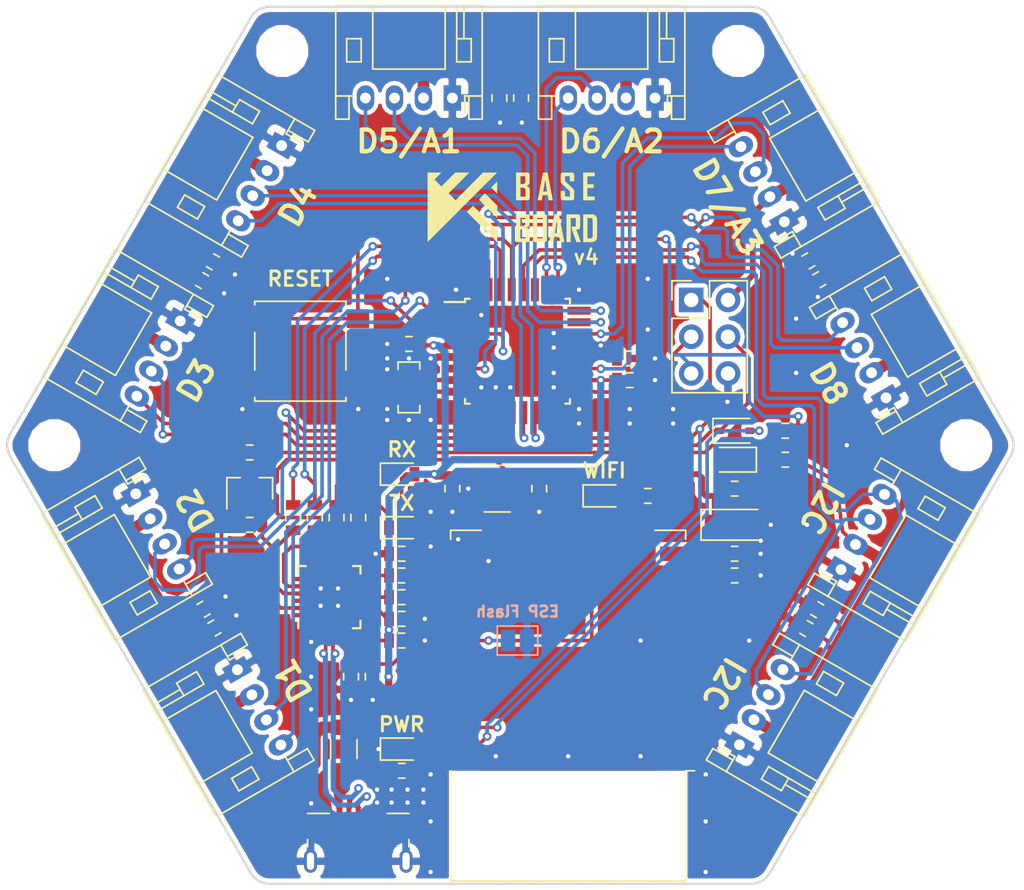
<source format=kicad_pcb>
(kicad_pcb (version 20171130) (host pcbnew 5.0.2-5.fc29)
  (layers (0 F.Cu signal) (31 B.Cu signal) (34 B.Paste user) (35 F.Paste user) (36 B.SilkS user) (37 F.SilkS user) (38 B.Mask user) (39 F.Mask user) (44 Edge.Cuts user))
  (net 0 "")
  (net 1 GND)
  (net 2 "Net-(C1-Pad1)")
  (net 3 +5V)
  (net 4 +3V3)
  (net 5 "Net-(C12-Pad1)")
  (net 6 DTR)
  (net 7 RST)
  (net 8 "Net-(D2-Pad2)")
  (net 9 "Net-(D3-Pad1)")
  (net 10 "Net-(D4-Pad1)")
  (net 11 "Net-(D5-Pad2)")
  (net 12 "Net-(D6-Pad2)")
  (net 13 "Net-(D6-Pad1)")
  (net 14 "Net-(D7-Pad2)")
  (net 15 ESP_RX)
  (net 16 ESP_TX)
  (net 17 SCK)
  (net 18 D3)
  (net 19 D6)
  (net 20 D7)
  (net 21 D4)
  (net 22 D5)
  (net 23 D9)
  (net 24 A0)
  (net 25 A1)
  (net 26 D10)
  (net 27 A2)
  (net 28 DTR_3V3)
  (net 29 "Net-(R2-Pad2)")
  (net 30 "Net-(R6-Pad2)")
  (net 31 MCU_TX)
  (net 32 "Net-(R7-Pad2)")
  (net 33 MCU_RX)
  (net 34 "Net-(R10-Pad1)")
  (net 35 "Net-(R12-Pad2)")
  (net 36 "Net-(R13-Pad2)")
  (net 37 "Net-(U4-Pad8)")
  (net 38 "Net-(U4-Pad7)")
  (net 39 A3)
  (net 40 "Net-(R8-Pad2)")
  (net 41 "Net-(R9-Pad2)")
  (net 42 /D+)
  (net 43 /D-)
  (net 44 "Net-(F1-Pad2)")
  (net 45 SDA0)
  (net 46 SCL0)
  (net 47 A4)
  (net 48 A5)
  (net 49 "Net-(J2-Pad4)")
  (net 50 "Net-(U2-Pad4)")
  (net 51 "Net-(U3-Pad1)")
  (net 52 "Net-(U3-Pad10)")
  (net 53 "Net-(U3-Pad11)")
  (net 54 "Net-(U3-Pad12)")
  (net 55 "Net-(U3-Pad15)")
  (net 56 "Net-(U3-Pad16)")
  (net 57 "Net-(U3-Pad17)")
  (net 58 "Net-(U3-Pad18)")
  (net 59 "Net-(U3-Pad19)")
  (net 60 "Net-(U3-Pad22)")
  (net 61 "Net-(U3-Pad24)")
  (net 62 "Net-(U5-Pad20)")
  (net 63 "Net-(U5-Pad19)")
  (net 64 "Net-(U5-Pad7)")
  (net 65 "Net-(U5-Pad6)")
  (net 66 "Net-(U5-Pad5)")
  (net 67 "Net-(U5-Pad4)")
  (net 68 "Net-(U5-Pad2)")
  (net 69 D2)
  (net 70 D12)
  (net 71 D11)
  (net 72 "Net-(U4-Pad12)")
  (module MountingHole:MountingHole_3mm (layer F.Cu) (at 121.75 70.75)
    (fp_text reference REF** hide)
    (fp_text value MountingHole_3mm)
    (pad 1 np_thru_hole circle (at 0 0) (size 3 3) (drill 3) (layers *.Cu *.Mask))
  )
  (module MountingHole:MountingHole_3mm (layer F.Cu) (at 153.25 70.75)
    (fp_text reference REF** hide)
    (fp_text value MountingHole_3mm)
    (pad 1 np_thru_hole circle (at 0 0) (size 3 3) (drill 3) (layers *.Cu *.Mask))
  )
  (module MountingHole:MountingHole_3mm (layer F.Cu) (at 169 98)
    (fp_text reference REF** hide)
    (fp_text value MountingHole_3mm)
    (pad 1 np_thru_hole circle (at 0 0) (size 3 3) (drill 3) (layers *.Cu *.Mask))
  )
  (module Button_Switch_SMD:SW_SPST_B3S-1000 (layer F.Cu) (at 123 91.499999)
    (fp_text reference SW1 hide)
    (fp_text value RESET)
    (pad 1 smd rect (at -3.975 -2.25) (size 1.55 1.3) (layers F.Cu F.Paste F.Mask) (net 7 RST))
    (pad 1 smd rect (at 3.975 -2.25) (size 1.55 1.3) (layers F.Cu F.Paste F.Mask) (net 7 RST))
    (pad 2 smd rect (at -3.975 2.25) (size 1.55 1.3) (layers F.Cu F.Paste F.Mask) (net 1 GND))
    (pad 2 smd rect (at 3.975 2.25) (size 1.55 1.3) (layers F.Cu F.Paste F.Mask) (net 1 GND))
  )
  (module Package_QFP:TQFP-32_7x7mm_P0.8mm (layer F.Cu) (at 138 91.499999)
    (fp_text reference U4 hide)
    (fp_text value ATmega328PB-MU)
    (pad 1 smd rect (at -4.25 -2.8) (size 1.6 0.55) (layers F.Cu F.Paste F.Mask) (net 18 D3))
    (pad 2 smd rect (at -4.25 -2) (size 1.6 0.55) (layers F.Cu F.Paste F.Mask) (net 21 D4))
    (pad 3 smd rect (at -4.25 -1.2) (size 1.6 0.55) (layers F.Cu F.Paste F.Mask) (net 71 D11))
    (pad 4 smd rect (at -4.25 -0.4) (size 1.6 0.55) (layers F.Cu F.Paste F.Mask) (net 3 +5V))
    (pad 5 smd rect (at -4.25 0.4) (size 1.6 0.55) (layers F.Cu F.Paste F.Mask) (net 1 GND))
    (pad 6 smd rect (at -4.25 1.2) (size 1.6 0.55) (layers F.Cu F.Paste F.Mask) (net 70 D12))
    (pad 7 smd rect (at -4.25 2) (size 1.6 0.55) (layers F.Cu F.Paste F.Mask) (net 38 "Net-(U4-Pad7)"))
    (pad 8 smd rect (at -4.25 2.8) (size 1.6 0.55) (layers F.Cu F.Paste F.Mask) (net 37 "Net-(U4-Pad8)"))
    (pad 9 smd rect (at -2.8 4.25 90) (size 1.6 0.55) (layers F.Cu F.Paste F.Mask) (net 22 D5))
    (pad 10 smd rect (at -2 4.25 90) (size 1.6 0.55) (layers F.Cu F.Paste F.Mask) (net 19 D6))
    (pad 11 smd rect (at -1.2 4.25 90) (size 1.6 0.55) (layers F.Cu F.Paste F.Mask) (net 20 D7))
    (pad 12 smd rect (at -0.4 4.25 90) (size 1.6 0.55) (layers F.Cu F.Paste F.Mask) (net 72 "Net-(U4-Pad12)"))
    (pad 13 smd rect (at 0.4 4.25 90) (size 1.6 0.55) (layers F.Cu F.Paste F.Mask) (net 23 D9))
    (pad 14 smd rect (at 1.2 4.25 90) (size 1.6 0.55) (layers F.Cu F.Paste F.Mask) (net 26 D10))
    (pad 15 smd rect (at 2 4.25 90) (size 1.6 0.55) (layers F.Cu F.Paste F.Mask) (net 15 ESP_RX))
    (pad 16 smd rect (at 2.8 4.25 90) (size 1.6 0.55) (layers F.Cu F.Paste F.Mask) (net 16 ESP_TX))
    (pad 17 smd rect (at 4.25 2.8) (size 1.6 0.55) (layers F.Cu F.Paste F.Mask) (net 17 SCK))
    (pad 18 smd rect (at 4.25 2) (size 1.6 0.55) (layers F.Cu F.Paste F.Mask) (net 3 +5V))
    (pad 19 smd rect (at 4.25 1.2) (size 1.6 0.55) (layers F.Cu F.Paste F.Mask) (net 47 A4))
    (pad 20 smd rect (at 4.25 0.4) (size 1.6 0.55) (layers F.Cu F.Paste F.Mask) (net 5 "Net-(C12-Pad1)"))
    (pad 21 smd rect (at 4.25 -0.4) (size 1.6 0.55) (layers F.Cu F.Paste F.Mask) (net 1 GND))
    (pad 22 smd rect (at 4.25 -1.2) (size 1.6 0.55) (layers F.Cu F.Paste F.Mask) (net 48 A5))
    (pad 23 smd rect (at 4.25 -2) (size 1.6 0.55) (layers F.Cu F.Paste F.Mask) (net 24 A0))
    (pad 24 smd rect (at 4.25 -2.8) (size 1.6 0.55) (layers F.Cu F.Paste F.Mask) (net 25 A1))
    (pad 25 smd rect (at 2.8 -4.25 90) (size 1.6 0.55) (layers F.Cu F.Paste F.Mask) (net 27 A2))
    (pad 26 smd rect (at 2 -4.25 90) (size 1.6 0.55) (layers F.Cu F.Paste F.Mask) (net 39 A3))
    (pad 27 smd rect (at 1.2 -4.25 90) (size 1.6 0.55) (layers F.Cu F.Paste F.Mask) (net 45 SDA0))
    (pad 28 smd rect (at 0.4 -4.25 90) (size 1.6 0.55) (layers F.Cu F.Paste F.Mask) (net 46 SCL0))
    (pad 29 smd rect (at -0.4 -4.25 90) (size 1.6 0.55) (layers F.Cu F.Paste F.Mask) (net 7 RST))
    (pad 30 smd rect (at -1.2 -4.25 90) (size 1.6 0.55) (layers F.Cu F.Paste F.Mask) (net 33 MCU_RX))
    (pad 31 smd rect (at -2 -4.25 90) (size 1.6 0.55) (layers F.Cu F.Paste F.Mask) (net 31 MCU_TX))
    (pad 32 smd rect (at -2.8 -4.25 90) (size 1.6 0.55) (layers F.Cu F.Paste F.Mask) (net 69 D2))
  )
  (module Capacitor_SMD:C_0603_1608Metric (layer F.Cu) (at 126.499999 113.999999 270)
    (fp_text reference C1 hide)
    (fp_text value 4.7uF)
    (pad 2 smd rect (at 0.875 0 270) (size 0.67 1) (layers F.Cu F.Paste F.Mask) (net 1 GND))
    (pad 1 smd rect (at -0.875 0 270) (size 0.67 1) (layers F.Cu F.Paste F.Mask) (net 2 "Net-(C1-Pad1)"))
  )
  (module Capacitor_SMD:C_0603_1608Metric (layer F.Cu) (at 129.999998 111.500001)
    (fp_text reference C2 hide)
    (fp_text value 4.7uF)
    (pad 2 smd rect (at 0.875 0) (size 0.67 1) (layers F.Cu F.Paste F.Mask) (net 1 GND))
    (pad 1 smd rect (at -0.875 0) (size 0.67 1) (layers F.Cu F.Paste F.Mask) (net 3 +5V))
  )
  (module Capacitor_SMD:C_0603_1608Metric (layer F.Cu) (at 128 114 270)
    (fp_text reference C3 hide)
    (fp_text value 0.1uF)
    (pad 1 smd rect (at -0.875 0 270) (size 0.67 1) (layers F.Cu F.Paste F.Mask) (net 2 "Net-(C1-Pad1)"))
    (pad 2 smd rect (at 0.875 0 270) (size 0.67 1) (layers F.Cu F.Paste F.Mask) (net 1 GND))
  )
  (module Capacitor_SMD:C_0603_1608Metric (layer F.Cu) (at 129.999998 110.000001)
    (fp_text reference C5 hide)
    (fp_text value 0.1uF)
    (pad 1 smd rect (at -0.875 0) (size 0.67 1) (layers F.Cu F.Paste F.Mask) (net 3 +5V))
    (pad 2 smd rect (at 0.875 0) (size 0.67 1) (layers F.Cu F.Paste F.Mask) (net 1 GND))
  )
  (module Capacitor_SMD:C_0603_1608Metric (layer F.Cu) (at 133.499977 101.000018 270)
    (fp_text reference C6 hide)
    (fp_text value 1uF)
    (pad 1 smd rect (at -0.875 0 270) (size 0.67 1) (layers F.Cu F.Paste F.Mask) (net 3 +5V))
    (pad 2 smd rect (at 0.875 0 270) (size 0.67 1) (layers F.Cu F.Paste F.Mask) (net 1 GND))
  )
  (module Capacitor_SMD:C_0603_1608Metric (layer F.Cu) (at 139.499979 101.000018 270)
    (fp_text reference C8 hide)
    (fp_text value 1uF)
    (pad 1 smd rect (at -0.875 0 270) (size 0.67 1) (layers F.Cu F.Paste F.Mask) (net 4 +3V3))
    (pad 2 smd rect (at 0.875 0 270) (size 0.67 1) (layers F.Cu F.Paste F.Mask) (net 1 GND))
  )
  (module Capacitor_SMD:C_0603_1608Metric (layer F.Cu) (at 145.75 93.5)
    (fp_text reference C11 hide)
    (fp_text value 0.1uF)
    (pad 2 smd rect (at 0.875 0) (size 0.67 1) (layers F.Cu F.Paste F.Mask) (net 1 GND))
    (pad 1 smd rect (at -0.875 0) (size 0.67 1) (layers F.Cu F.Paste F.Mask) (net 3 +5V))
  )
  (module Capacitor_SMD:C_0603_1608Metric (layer F.Cu) (at 145.75 91.999998)
    (fp_text reference C12 hide)
    (fp_text value 0.1uF)
    (pad 1 smd rect (at -0.875 0) (size 0.67 1) (layers F.Cu F.Paste F.Mask) (net 5 "Net-(C12-Pad1)"))
    (pad 2 smd rect (at 0.875 0) (size 0.67 1) (layers F.Cu F.Paste F.Mask) (net 1 GND))
  )
  (module Capacitor_SMD:C_0603_1608Metric (layer F.Cu) (at 130.5 90.999999 180)
    (fp_text reference C13 hide)
    (fp_text value 0.1uF)
    (pad 1 smd rect (at -0.875 0 180) (size 0.67 1) (layers F.Cu F.Paste F.Mask) (net 3 +5V))
    (pad 2 smd rect (at 0.875 0 180) (size 0.67 1) (layers F.Cu F.Paste F.Mask) (net 1 GND))
  )
  (module Capacitor_SMD:C_0603_1608Metric (layer F.Cu) (at 152.999996 105.499998)
    (fp_text reference C14 hide)
    (fp_text value 1uF)
    (pad 2 smd rect (at 0.875 0) (size 0.67 1) (layers F.Cu F.Paste F.Mask) (net 1 GND))
    (pad 1 smd rect (at -0.875 0) (size 0.67 1) (layers F.Cu F.Paste F.Mask) (net 4 +3V3))
  )
  (module LED_SMD:LED_0603_1608Metric (layer F.Cu) (at 129.999995 103.699999)
    (fp_text reference D3 hide)
    (fp_text value Yellow)
    (pad 2 smd rect (at 0.875 0) (size 0.67 1) (layers F.Cu F.Paste F.Mask) (net 2 "Net-(C1-Pad1)"))
    (pad 1 smd rect (at -0.875 0) (size 0.67 1) (layers F.Cu F.Paste F.Mask) (net 9 "Net-(D3-Pad1)"))
  )
  (module LED_SMD:LED_0603_1608Metric (layer F.Cu) (at 129.999995 99.999999)
    (fp_text reference D4 hide)
    (fp_text value Yellow)
    (pad 1 smd rect (at -0.875 0) (size 0.67 1) (layers F.Cu F.Paste F.Mask) (net 10 "Net-(D4-Pad1)"))
    (pad 2 smd rect (at 0.875 0) (size 0.67 1) (layers F.Cu F.Paste F.Mask) (net 2 "Net-(C1-Pad1)"))
  )
  (module LED_SMD:LED_0603_1608Metric (layer F.Cu) (at 143.999996 101.499999)
    (fp_text reference D6 hide)
    (fp_text value RED)
    (pad 2 smd rect (at 0.875 0) (size 0.67 1) (layers F.Cu F.Paste F.Mask) (net 12 "Net-(D6-Pad2)"))
    (pad 1 smd rect (at -0.875 0) (size 0.67 1) (layers F.Cu F.Paste F.Mask) (net 13 "Net-(D6-Pad1)"))
  )
  (module GiraffeTech-Connector:USB_Micro-B_Amphenol_10118193_Horizontal (layer F.Cu) (at 126.999997 126.750001)
    (fp_text reference J2 hide)
    (fp_text value USB_B_Micro)
    (pad 6 smd rect (at 1.2 0) (size 1.9 1.9) (layers F.Cu F.Paste F.Mask) (net 1 GND))
    (pad 6 smd rect (at -1.2 0) (size 1.9 1.9) (layers F.Cu F.Paste F.Mask) (net 1 GND))
    (pad 6 thru_hole oval (at 3.3 0) (size 0.9 1.6) (drill oval 0.5 1.2) (layers *.Cu *.Mask) (net 1 GND))
    (pad 6 thru_hole oval (at -3.3 0) (size 0.9 1.6) (drill oval 0.5 1.2) (layers *.Cu *.Mask) (net 1 GND))
    (pad 6 smd rect (at -3.2 -2.45) (size 1.6 1.4) (layers F.Cu F.Paste F.Mask) (net 1 GND))
    (pad 6 smd rect (at 3.2 -2.45) (size 1.6 1.4) (layers F.Cu F.Paste F.Mask) (net 1 GND))
    (pad 3 smd rect (at 0 -2.675) (size 0.4 1.35) (layers F.Cu F.Paste F.Mask) (net 42 /D+))
    (pad 2 smd rect (at -0.65 -2.675) (size 0.4 1.35) (layers F.Cu F.Paste F.Mask) (net 43 /D-))
    (pad 1 smd rect (at -1.3 -2.675) (size 0.4 1.35) (layers F.Cu F.Paste F.Mask) (net 44 "Net-(F1-Pad2)"))
    (pad 4 smd rect (at 0.65 -2.675) (size 0.4 1.35) (layers F.Cu F.Paste F.Mask) (net 49 "Net-(J2-Pad4)"))
    (pad 5 smd rect (at 1.3 -2.675) (size 0.4 1.35) (layers F.Cu F.Paste F.Mask) (net 1 GND))
  )
  (module Connector_PinHeader_2.54mm:PinHeader_2x03_P2.54mm_Vertical (layer F.Cu) (at 150.000001 87.959999)
    (fp_text reference J3 hide)
    (fp_text value AVR-ISP-6)
    (pad 1 thru_hole rect (at 0 0) (size 1.7 1.7) (drill 1) (layers *.Cu *.Mask) (net 16 ESP_TX))
    (pad 2 thru_hole oval (at 2.54 0) (size 1.7 1.7) (drill 1) (layers *.Cu *.Mask) (net 3 +5V))
    (pad 3 thru_hole oval (at 0 2.54) (size 1.7 1.7) (drill 1) (layers *.Cu *.Mask) (net 17 SCK))
    (pad 4 thru_hole oval (at 2.54 2.540001) (size 1.7 1.7) (drill 1) (layers *.Cu *.Mask) (net 15 ESP_RX))
    (pad 5 thru_hole oval (at 0 5.08) (size 1.7 1.7) (drill 1) (layers *.Cu *.Mask) (net 7 RST))
    (pad 6 thru_hole oval (at 2.54 5.08) (size 1.7 1.7) (drill 1) (layers *.Cu *.Mask) (net 1 GND))
  )
  (module Connector_JST:JST_PH_S4B-PH-K_1x04_P2.00mm_Horizontal (layer F.Cu) (at 118.650621 113.519213 300)
    (fp_text reference J4 hide)
    (fp_text value 112504RT/RH)
    (pad 4 thru_hole oval (at 6 0 300) (size 1.2 1.75) (drill 0.75) (layers *.Cu *.Mask) (net 18 D3))
    (pad 3 thru_hole oval (at 4 0 300) (size 1.2 1.75) (drill 0.75) (layers *.Cu *.Mask) (net 69 D2))
    (pad 2 thru_hole oval (at 2 0 300) (size 1.2 1.75) (drill 0.75) (layers *.Cu *.Mask) (net 3 +5V))
    (pad 1 thru_hole rect (at 0 0 300) (size 1.2 1.75) (drill 0.75) (layers *.Cu *.Mask) (net 1 GND))
  )
  (module Connector_JST:JST_PH_S4B-PH-K_1x04_P2.00mm_Horizontal (layer F.Cu) (at 133.499999 74.000002 180)
    (fp_text reference J5 hide)
    (fp_text value 112504RT/RH)
    (pad 4 thru_hole oval (at 6 0 180) (size 1.2 1.75) (drill 0.75) (layers *.Cu *.Mask) (net 24 A0))
    (pad 3 thru_hole oval (at 4 0 180) (size 1.2 1.75) (drill 0.75) (layers *.Cu *.Mask) (net 25 A1))
    (pad 2 thru_hole oval (at 2 0 180) (size 1.2 1.75) (drill 0.75) (layers *.Cu *.Mask) (net 3 +5V))
    (pad 1 thru_hole rect (at 0 0 180) (size 1.2 1.75) (drill 0.75) (layers *.Cu *.Mask) (net 1 GND))
  )
  (module Connector_JST:JST_PH_S4B-PH-K_1x04_P2.00mm_Horizontal (layer F.Cu) (at 153.330317 118.704251 60)
    (fp_text reference J6 hide)
    (fp_text value 112504RT/RH)
    (pad 1 thru_hole rect (at 0 0 60) (size 1.2 1.75) (drill 0.75) (layers *.Cu *.Mask) (net 1 GND))
    (pad 2 thru_hole oval (at 2 0 60) (size 1.2 1.75) (drill 0.75) (layers *.Cu *.Mask) (net 3 +5V))
    (pad 3 thru_hole oval (at 4 0 60) (size 1.2 1.75) (drill 0.75) (layers *.Cu *.Mask) (net 45 SDA0))
    (pad 4 thru_hole oval (at 6 0 60) (size 1.2 1.75) (drill 0.75) (layers *.Cu *.Mask) (net 46 SCL0))
  )
  (module Connector_JST:JST_PH_S4B-PH-K_1x04_P2.00mm_Horizontal (layer F.Cu) (at 111.628876 101.357195 300)
    (fp_text reference J7 hide)
    (fp_text value 112504RT/RH)
    (pad 1 thru_hole rect (at 0 0 300) (size 1.2 1.75) (drill 0.75) (layers *.Cu *.Mask) (net 1 GND))
    (pad 2 thru_hole oval (at 2 0 300) (size 1.2 1.75) (drill 0.75) (layers *.Cu *.Mask) (net 3 +5V))
    (pad 3 thru_hole oval (at 4 0 300) (size 1.2 1.75) (drill 0.75) (layers *.Cu *.Mask) (net 21 D4))
    (pad 4 thru_hole oval (at 6 0 300) (size 1.2 1.75) (drill 0.75) (layers *.Cu *.Mask) (net 22 D5))
  )
  (module Connector_JST:JST_PH_S4B-PH-K_1x04_P2.00mm_Horizontal (layer F.Cu) (at 147.499998 74.000001 180)
    (fp_text reference J8 hide)
    (fp_text value 112504RT/RH)
    (pad 1 thru_hole rect (at 0 0 180) (size 1.2 1.75) (drill 0.75) (layers *.Cu *.Mask) (net 1 GND))
    (pad 2 thru_hole oval (at 2 0 180) (size 1.2 1.75) (drill 0.75) (layers *.Cu *.Mask) (net 3 +5V))
    (pad 3 thru_hole oval (at 4 0 180) (size 1.2 1.75) (drill 0.75) (layers *.Cu *.Mask) (net 39 A3))
    (pad 4 thru_hole oval (at 6 0 180) (size 1.2 1.75) (drill 0.75) (layers *.Cu *.Mask) (net 27 A2))
  )
  (module Connector_JST:JST_PH_S4B-PH-K_1x04_P2.00mm_Horizontal (layer F.Cu) (at 160.349425 106.590925 60)
    (fp_text reference J9 hide)
    (fp_text value 112504RT/RH)
    (pad 1 thru_hole rect (at 0 0 60) (size 1.2 1.75) (drill 0.75) (layers *.Cu *.Mask) (net 1 GND))
    (pad 2 thru_hole oval (at 2 0 60) (size 1.2 1.75) (drill 0.75) (layers *.Cu *.Mask) (net 3 +5V))
    (pad 3 thru_hole oval (at 4 0 60) (size 1.2 1.75) (drill 0.75) (layers *.Cu *.Mask) (net 45 SDA0))
    (pad 4 thru_hole oval (at 6 0 60) (size 1.2 1.75) (drill 0.75) (layers *.Cu *.Mask) (net 46 SCL0))
  )
  (module Connector_JST:JST_PH_S4B-PH-K_1x04_P2.00mm_Horizontal (layer F.Cu) (at 114.704107 89.413366 240)
    (fp_text reference J10 hide)
    (fp_text value 112504RT/RH)
    (pad 4 thru_hole oval (at 6 0 240) (size 1.2 1.75) (drill 0.75) (layers *.Cu *.Mask) (net 19 D6))
    (pad 3 thru_hole oval (at 4 0 240) (size 1.2 1.75) (drill 0.75) (layers *.Cu *.Mask) (net 20 D7))
    (pad 2 thru_hole oval (at 2 0 240) (size 1.2 1.75) (drill 0.75) (layers *.Cu *.Mask) (net 3 +5V))
    (pad 1 thru_hole rect (at 0 0 240) (size 1.2 1.75) (drill 0.75) (layers *.Cu *.Mask) (net 1 GND))
  )
  (module Connector_JST:JST_PH_S4B-PH-K_1x04_P2.00mm_Horizontal (layer F.Cu) (at 156.433034 82.555787 120)
    (fp_text reference J11 hide)
    (fp_text value 112504RT/RH)
    (pad 4 thru_hole oval (at 6 0 120) (size 1.2 1.75) (drill 0.75) (layers *.Cu *.Mask) (net 47 A4))
    (pad 3 thru_hole oval (at 4 0 120) (size 1.2 1.75) (drill 0.75) (layers *.Cu *.Mask) (net 48 A5))
    (pad 2 thru_hole oval (at 2 0 120) (size 1.2 1.75) (drill 0.75) (layers *.Cu *.Mask) (net 3 +5V))
    (pad 1 thru_hole rect (at 0 0 120) (size 1.2 1.75) (drill 0.75) (layers *.Cu *.Mask) (net 1 GND))
  )
  (module Connector_JST:JST_PH_S4B-PH-K_1x04_P2.00mm_Horizontal (layer F.Cu) (at 121.704109 77.289012 240)
    (fp_text reference J13 hide)
    (fp_text value 112504RT/RH)
    (pad 1 thru_hole rect (at 0 0 240) (size 1.2 1.75) (drill 0.75) (layers *.Cu *.Mask) (net 1 GND))
    (pad 2 thru_hole oval (at 2 0 240) (size 1.2 1.75) (drill 0.75) (layers *.Cu *.Mask) (net 3 +5V))
    (pad 3 thru_hole oval (at 4 0 240) (size 1.2 1.75) (drill 0.75) (layers *.Cu *.Mask) (net 26 D10))
    (pad 4 thru_hole oval (at 6 0 240) (size 1.2 1.75) (drill 0.75) (layers *.Cu *.Mask) (net 23 D9))
  )
  (module Connector_JST:JST_PH_S4B-PH-K_1x04_P2.00mm_Horizontal (layer F.Cu) (at 163.456706 94.721146 120)
    (fp_text reference J14 hide)
    (fp_text value 112504RT/RH)
    (pad 1 thru_hole rect (at 0 0 120) (size 1.2 1.75) (drill 0.75) (layers *.Cu *.Mask) (net 1 GND))
    (pad 2 thru_hole oval (at 2 0 120) (size 1.2 1.75) (drill 0.75) (layers *.Cu *.Mask) (net 3 +5V))
    (pad 3 thru_hole oval (at 4 0 120) (size 1.2 1.75) (drill 0.75) (layers *.Cu *.Mask) (net 71 D11))
    (pad 4 thru_hole oval (at 6 0 120) (size 1.2 1.75) (drill 0.75) (layers *.Cu *.Mask) (net 70 D12))
  )
  (module Jumper:SolderJumper-2_P1.3mm_Open_Pad1.0x1.5mm (layer B.Cu) (at 138 111.500001)
    (fp_text reference JP1 hide)
    (fp_text value "Flashing Mode")
    (pad 2 smd rect (at 0.65 0) (size 1 1.5) (layers B.Cu B.Mask) (net 1 GND))
    (pad 1 smd rect (at -0.65 0) (size 1 1.5) (layers B.Cu B.Mask) (net 13 "Net-(D6-Pad1)"))
  )
  (module Package_TO_SOT_SMD:SOT-23 (layer F.Cu) (at 119.5 101.000001 90)
    (fp_text reference Q2 hide)
    (fp_text value BSS138)
    (pad 3 smd rect (at 1 0 90) (size 0.9 0.8) (layers F.Cu F.Paste F.Mask) (net 6 DTR))
    (pad 2 smd rect (at -1 0.95 90) (size 0.9 0.8) (layers F.Cu F.Paste F.Mask) (net 28 DTR_3V3))
    (pad 1 smd rect (at -1 -0.95 90) (size 0.9 0.8) (layers F.Cu F.Paste F.Mask) (net 4 +3V3))
  )
  (module Resistor_SMD:R_0603_1608Metric (layer F.Cu) (at 129.999995 108.499999 180)
    (fp_text reference R2 hide)
    (fp_text value 1K)
    (pad 1 smd rect (at -0.875 0 180) (size 0.67 1) (layers F.Cu F.Paste F.Mask) (net 2 "Net-(C1-Pad1)"))
    (pad 2 smd rect (at 0.875 0 180) (size 0.67 1) (layers F.Cu F.Paste F.Mask) (net 29 "Net-(R2-Pad2)"))
  )
  (module Resistor_SMD:R_0603_1608Metric (layer F.Cu) (at 119.499999 103.5)
    (fp_text reference R3 hide)
    (fp_text value 10K)
    (pad 1 smd rect (at -0.875 0) (size 0.67 1) (layers F.Cu F.Paste F.Mask) (net 4 +3V3))
    (pad 2 smd rect (at 0.875 0) (size 0.67 1) (layers F.Cu F.Paste F.Mask) (net 28 DTR_3V3))
  )
  (module Resistor_SMD:R_0603_1608Metric (layer F.Cu) (at 119.499999 98.5)
    (fp_text reference R4 hide)
    (fp_text value 10K)
    (pad 2 smd rect (at 0.875 0) (size 0.67 1) (layers F.Cu F.Paste F.Mask) (net 6 DTR))
    (pad 1 smd rect (at -0.875 0) (size 0.67 1) (layers F.Cu F.Paste F.Mask) (net 3 +5V))
  )
  (module Resistor_SMD:R_0603_1608Metric (layer F.Cu) (at 123.999998 102.999999 270)
    (fp_text reference R6 hide)
    (fp_text value 1K)
    (pad 2 smd rect (at 0.875 0 270) (size 0.67 1) (layers F.Cu F.Paste F.Mask) (net 30 "Net-(R6-Pad2)"))
    (pad 1 smd rect (at -0.875 0 270) (size 0.67 1) (layers F.Cu F.Paste F.Mask) (net 31 MCU_TX))
  )
  (module Resistor_SMD:R_0603_1608Metric (layer F.Cu) (at 122.499996 102.999998 270)
    (fp_text reference R7 hide)
    (fp_text value 1K)
    (pad 2 smd rect (at 0.875 0 270) (size 0.67 1) (layers F.Cu F.Paste F.Mask) (net 32 "Net-(R7-Pad2)"))
    (pad 1 smd rect (at -0.875 0 270) (size 0.67 1) (layers F.Cu F.Paste F.Mask) (net 33 MCU_RX))
  )
  (module Resistor_SMD:R_0603_1608Metric (layer F.Cu) (at 126.999998 103.000001 270)
    (fp_text reference R8 hide)
    (fp_text value 1K)
    (pad 1 smd rect (at -0.875 0 270) (size 0.67 1) (layers F.Cu F.Paste F.Mask) (net 9 "Net-(D3-Pad1)"))
    (pad 2 smd rect (at 0.875 0 270) (size 0.67 1) (layers F.Cu F.Paste F.Mask) (net 40 "Net-(R8-Pad2)"))
  )
  (module Resistor_SMD:R_0603_1608Metric (layer F.Cu) (at 125.499997 103 270)
    (fp_text reference R9 hide)
    (fp_text value 1K)
    (pad 1 smd rect (at -0.875 0 270) (size 0.67 1) (layers F.Cu F.Paste F.Mask) (net 10 "Net-(D4-Pad1)"))
    (pad 2 smd rect (at 0.875 0 270) (size 0.67 1) (layers F.Cu F.Paste F.Mask) (net 41 "Net-(R9-Pad2)"))
  )
  (module Resistor_SMD:R_0603_1608Metric (layer F.Cu) (at 152.999996 106.999998 180)
    (fp_text reference R10 hide)
    (fp_text value 10K)
    (pad 2 smd rect (at 0.875 0 180) (size 0.67 1) (layers F.Cu F.Paste F.Mask) (net 4 +3V3))
    (pad 1 smd rect (at -0.875 0 180) (size 0.67 1) (layers F.Cu F.Paste F.Mask) (net 34 "Net-(R10-Pad1)"))
  )
  (module Resistor_SMD:R_0603_1608Metric (layer F.Cu) (at 152.999998 101.000001)
    (fp_text reference R11 hide)
    (fp_text value 10K)
    (pad 1 smd rect (at -0.875 0) (size 0.67 1) (layers F.Cu F.Paste F.Mask) (net 4 +3V3))
    (pad 2 smd rect (at 0.875 0) (size 0.67 1) (layers F.Cu F.Paste F.Mask) (net 11 "Net-(D5-Pad2)"))
  )
  (module Resistor_SMD:R_0603_1608Metric (layer F.Cu) (at 129.999995 105.499997)
    (fp_text reference R12 hide)
    (fp_text value 10K)
    (pad 2 smd rect (at 0.875 0) (size 0.67 1) (layers F.Cu F.Paste F.Mask) (net 35 "Net-(R12-Pad2)"))
    (pad 1 smd rect (at -0.875 0) (size 0.67 1) (layers F.Cu F.Paste F.Mask) (net 1 GND))
  )
  (module Resistor_SMD:R_0603_1608Metric (layer F.Cu) (at 129.999997 107)
    (fp_text reference R13 hide)
    (fp_text value 10K)
    (pad 1 smd rect (at -0.875 0) (size 0.67 1) (layers F.Cu F.Paste F.Mask) (net 4 +3V3))
    (pad 2 smd rect (at 0.875 0) (size 0.67 1) (layers F.Cu F.Paste F.Mask) (net 36 "Net-(R13-Pad2)"))
  )
  (module Resistor_SMD:R_0603_1608Metric (layer F.Cu) (at 147 101.500001 180)
    (fp_text reference R14 hide)
    (fp_text value 1K)
    (pad 1 smd rect (at -0.875 0 180) (size 0.67 1) (layers F.Cu F.Paste F.Mask) (net 4 +3V3))
    (pad 2 smd rect (at 0.875 0 180) (size 0.67 1) (layers F.Cu F.Paste F.Mask) (net 12 "Net-(D6-Pad2)"))
  )
  (module Package_TO_SOT_SMD:SOT-23-5 (layer F.Cu) (at 136.599978 101.000018)
    (fp_text reference U2 hide)
    (fp_text value AP2127K-3.3)
    (pad 1 smd rect (at -1.1 -0.95) (size 1.06 0.65) (layers F.Cu F.Paste F.Mask) (net 3 +5V))
    (pad 2 smd rect (at -1.1 0) (size 1.06 0.65) (layers F.Cu F.Paste F.Mask) (net 1 GND))
    (pad 3 smd rect (at -1.1 0.95) (size 1.06 0.65) (layers F.Cu F.Paste F.Mask) (net 3 +5V))
    (pad 4 smd rect (at 1.1 0.95) (size 1.06 0.65) (layers F.Cu F.Paste F.Mask) (net 50 "Net-(U2-Pad4)"))
    (pad 5 smd rect (at 1.1 -0.95) (size 1.06 0.65) (layers F.Cu F.Paste F.Mask) (net 4 +3V3))
  )
  (module Package_DFN_QFN:QFN-24-1EP_4x4mm_P0.5mm_EP2.6x2.6mm (layer F.Cu) (at 124.999995 108.499999 90)
    (fp_text reference U3 hide)
    (fp_text value CP2102N-A01-GQFN24)
    (pad 1 smd rect (at -1.95 -1.25 90) (size 0.85 0.3) (layers F.Cu F.Paste F.Mask) (net 51 "Net-(U3-Pad1)"))
    (pad 2 smd rect (at -1.95 -0.75 90) (size 0.85 0.3) (layers F.Cu F.Paste F.Mask) (net 1 GND))
    (pad 3 smd rect (at -1.950001 -0.25 90) (size 0.85 0.3) (layers F.Cu F.Paste F.Mask) (net 42 /D+))
    (pad 4 smd rect (at -1.95 0.249999 90) (size 0.85 0.3) (layers F.Cu F.Paste F.Mask) (net 43 /D-))
    (pad 5 smd rect (at -1.95 0.75 90) (size 0.85 0.3) (layers F.Cu F.Paste F.Mask) (net 2 "Net-(C1-Pad1)"))
    (pad 6 smd rect (at -1.950001 1.25 90) (size 0.85 0.3) (layers F.Cu F.Paste F.Mask) (net 2 "Net-(C1-Pad1)"))
    (pad 7 smd rect (at -1.25 1.95 180) (size 0.85 0.3) (layers F.Cu F.Paste F.Mask) (net 3 +5V))
    (pad 8 smd rect (at -0.75 1.95 180) (size 0.85 0.3) (layers F.Cu F.Paste F.Mask) (net 3 +5V))
    (pad 9 smd rect (at -0.25 1.950001 180) (size 0.85 0.3) (layers F.Cu F.Paste F.Mask) (net 29 "Net-(R2-Pad2)"))
    (pad 10 smd rect (at 0.249999 1.95 180) (size 0.85 0.3) (layers F.Cu F.Paste F.Mask) (net 52 "Net-(U3-Pad10)"))
    (pad 11 smd rect (at 0.75 1.95 180) (size 0.85 0.3) (layers F.Cu F.Paste F.Mask) (net 53 "Net-(U3-Pad11)"))
    (pad 12 smd rect (at 1.25 1.950001 180) (size 0.85 0.3) (layers F.Cu F.Paste F.Mask) (net 54 "Net-(U3-Pad12)"))
    (pad 13 smd rect (at 1.95 1.25 90) (size 0.85 0.3) (layers F.Cu F.Paste F.Mask) (net 40 "Net-(R8-Pad2)"))
    (pad 14 smd rect (at 1.95 0.75 90) (size 0.85 0.3) (layers F.Cu F.Paste F.Mask) (net 41 "Net-(R9-Pad2)"))
    (pad 15 smd rect (at 1.950001 0.25 90) (size 0.85 0.3) (layers F.Cu F.Paste F.Mask) (net 55 "Net-(U3-Pad15)"))
    (pad 16 smd rect (at 1.95 -0.249999 90) (size 0.85 0.3) (layers F.Cu F.Paste F.Mask) (net 56 "Net-(U3-Pad16)"))
    (pad 17 smd rect (at 1.95 -0.75 90) (size 0.85 0.3) (layers F.Cu F.Paste F.Mask) (net 57 "Net-(U3-Pad17)"))
    (pad 18 smd rect (at 1.950001 -1.25 90) (size 0.85 0.3) (layers F.Cu F.Paste F.Mask) (net 58 "Net-(U3-Pad18)"))
    (pad 19 smd rect (at 1.25 -1.95 180) (size 0.85 0.3) (layers F.Cu F.Paste F.Mask) (net 59 "Net-(U3-Pad19)"))
    (pad 20 smd rect (at 0.75 -1.95 180) (size 0.85 0.3) (layers F.Cu F.Paste F.Mask) (net 30 "Net-(R6-Pad2)"))
    (pad 21 smd rect (at 0.25 -1.950001 180) (size 0.85 0.3) (layers F.Cu F.Paste F.Mask) (net 32 "Net-(R7-Pad2)"))
    (pad 22 smd rect (at -0.249999 -1.95 180) (size 0.85 0.3) (layers F.Cu F.Paste F.Mask) (net 60 "Net-(U3-Pad22)"))
    (pad 23 smd rect (at -0.75 -1.95 180) (size 0.85 0.3) (layers F.Cu F.Paste F.Mask) (net 28 DTR_3V3))
    (pad 24 smd rect (at -1.25 -1.950001 180) (size 0.85 0.3) (layers F.Cu F.Paste F.Mask) (net 61 "Net-(U3-Pad24)"))
    (pad 25 smd rect (at 0 0 90) (size 2.6 2.6) (layers F.Cu F.Mask) (net 1 GND))
  )
  (module GiraffeTech-Murata:Resonator_Murata_CSTCE-V-3Pin_3.2x1.3mm (layer F.Cu) (at 130.5 93.999998 90)
    (fp_text reference Y1 hide)
    (fp_text value CSTCE16M0V53-R0)
    (pad 2 smd rect (at 0 0 90) (size 0.3 1.6) (layers F.Cu F.Paste F.Mask) (net 1 GND))
    (pad 1 smd rect (at -0.95 0 90) (size 0.3 1.6) (layers F.Cu F.Paste F.Mask) (net 37 "Net-(U4-Pad8)"))
    (pad 3 smd rect (at 0.95 0 90) (size 0.3 1.6) (layers F.Cu F.Paste F.Mask) (net 38 "Net-(U4-Pad7)"))
  )
  (module Capacitor_SMD:C_0603_1608Metric (layer F.Cu) (at 156.499997 96.999999)
    (fp_text reference C15 hide)
    (fp_text value 0.1uF)
    (pad 1 smd rect (at -0.875 0) (size 0.67 1) (layers F.Cu F.Paste F.Mask) (net 6 DTR))
    (pad 2 smd rect (at 0.875 0) (size 0.67 1) (layers F.Cu F.Paste F.Mask) (net 7 RST))
  )
  (module LED_SMD:LED_0603_1608Metric (layer F.Cu) (at 130 119)
    (fp_text reference D2 hide)
    (fp_text value Green)
    (pad 1 smd rect (at -0.875 0) (size 0.67 1) (layers F.Cu F.Paste F.Mask) (net 1 GND))
    (pad 2 smd rect (at 0.875 0) (size 0.67 1) (layers F.Cu F.Paste F.Mask) (net 8 "Net-(D2-Pad2)"))
  )
  (module Resistor_SMD:R_0603_1608Metric (layer F.Cu) (at 130 120.5)
    (fp_text reference R5 hide)
    (fp_text value 1K)
    (pad 1 smd rect (at -0.875 0) (size 0.67 1) (layers F.Cu F.Paste F.Mask) (net 3 +5V))
    (pad 2 smd rect (at 0.875 0) (size 0.67 1) (layers F.Cu F.Paste F.Mask) (net 8 "Net-(D2-Pad2)"))
  )
  (module Resistor_SMD:R_0603_1608Metric (layer F.Cu) (at 156.499999 98.999998 180)
    (fp_text reference R15 hide)
    (fp_text value 10K)
    (pad 2 smd rect (at 0.875 0 180) (size 0.67 1) (layers F.Cu F.Paste F.Mask) (net 7 RST))
    (pad 1 smd rect (at -0.875 0 180) (size 0.67 1) (layers F.Cu F.Paste F.Mask) (net 3 +5V))
  )
  (module Diode_SMD:D_SOD-323 (layer F.Cu) (at 152.999996 96.999998)
    (fp_text reference D7 hide)
    (fp_text value 1SS355VMTE-17)
    (pad 1 smd rect (at -1.05 0) (size 0.6 0.45) (layers F.Cu F.Paste F.Mask) (net 15 ESP_RX))
    (pad 2 smd rect (at 1.05 0) (size 0.6 0.45) (layers F.Cu F.Paste F.Mask) (net 14 "Net-(D7-Pad2)"))
  )
  (module Diode_SMD:D_SOD-323 (layer F.Cu) (at 152.999998 98.999999 180)
    (fp_text reference D5 hide)
    (fp_text value 1SS355VMTE-17)
    (pad 1 smd rect (at -1.05 0 180) (size 0.6 0.45) (layers F.Cu F.Paste F.Mask) (net 7 RST))
    (pad 2 smd rect (at 1.05 0 180) (size 0.6 0.45) (layers F.Cu F.Paste F.Mask) (net 11 "Net-(D5-Pad2)"))
  )
  (module Capacitor_Tantalum_SMD:CP_EIA-3216-12_Kemet-S (layer F.Cu) (at 152.999999 103.5)
    (fp_text reference C10 hide)
    (fp_text value 10uF)
    (pad 1 smd rect (at -1.38 0) (size 1.36 1.4) (layers F.Cu F.Paste F.Mask) (net 4 +3V3))
    (pad 2 smd rect (at 1.38 0) (size 1.36 1.4) (layers F.Cu F.Paste F.Mask) (net 1 GND))
  )
  (module Capacitor_SMD:C_0603_1608Metric (layer F.Cu) (at 136.750001 74 270)
    (fp_text reference C4 hide)
    (fp_text value 10uF)
    (pad 2 smd rect (at 0.875 0 270) (size 0.67 1) (layers F.Cu F.Paste F.Mask) (net 1 GND))
    (pad 1 smd rect (at -0.875 0 270) (size 0.67 1) (layers F.Cu F.Paste F.Mask) (net 3 +5V))
  )
  (module Capacitor_SMD:C_0603_1608Metric (layer F.Cu) (at 138.25 73.999999 270)
    (fp_text reference C7 hide)
    (fp_text value 0.1uF)
    (pad 1 smd rect (at -0.875 0 270) (size 0.67 1) (layers F.Cu F.Paste F.Mask) (net 3 +5V))
    (pad 2 smd rect (at 0.875 0 270) (size 0.67 1) (layers F.Cu F.Paste F.Mask) (net 1 GND))
  )
  (module Capacitor_SMD:C_0603_1608Metric (layer F.Cu) (at 116.312246 109.334234 30)
    (fp_text reference C9 hide)
    (fp_text value 10uF)
    (pad 1 smd rect (at -0.875 0 30) (size 0.67 1) (layers F.Cu F.Paste F.Mask) (net 3 +5V))
    (pad 2 smd rect (at 0.875 0 30) (size 0.67 1) (layers F.Cu F.Paste F.Mask) (net 1 GND))
  )
  (module Capacitor_SMD:C_0603_1608Metric (layer F.Cu) (at 117.062246 110.633272 30)
    (fp_text reference C16 hide)
    (fp_text value 0.1uF)
    (pad 2 smd rect (at 0.875 0 30) (size 0.67 1) (layers F.Cu F.Paste F.Mask) (net 1 GND))
    (pad 1 smd rect (at -0.875 0 30) (size 0.67 1) (layers F.Cu F.Paste F.Mask) (net 3 +5V))
  )
  (module Capacitor_SMD:C_0603_1608Metric (layer F.Cu) (at 116.963138 85.324741 330)
    (fp_text reference C17 hide)
    (fp_text value 10uF)
    (pad 1 smd rect (at -0.875 0 330) (size 0.67 1) (layers F.Cu F.Paste F.Mask) (net 3 +5V))
    (pad 2 smd rect (at 0.875 0 330) (size 0.67 1) (layers F.Cu F.Paste F.Mask) (net 1 GND))
  )
  (module Capacitor_SMD:C_0603_1608Metric (layer F.Cu) (at 116.213138 86.623779 330)
    (fp_text reference C18 hide)
    (fp_text value 0.1uF)
    (pad 2 smd rect (at 0.875 0 330) (size 0.67 1) (layers F.Cu F.Paste F.Mask) (net 1 GND))
    (pad 1 smd rect (at -0.875 0 330) (size 0.67 1) (layers F.Cu F.Paste F.Mask) (net 3 +5V))
  )
  (module Capacitor_SMD:C_0603_1608Metric (layer F.Cu) (at 158.844371 86.556477 210)
    (fp_text reference C19 hide)
    (fp_text value 10uF)
    (pad 1 smd rect (at -0.875 0 210) (size 0.67 1) (layers F.Cu F.Paste F.Mask) (net 3 +5V))
    (pad 2 smd rect (at 0.875 0 210) (size 0.67 1) (layers F.Cu F.Paste F.Mask) (net 1 GND))
  )
  (module Capacitor_SMD:C_0603_1608Metric (layer F.Cu) (at 158.094372 85.257439 210)
    (fp_text reference C20 hide)
    (fp_text value 0.1uF)
    (pad 2 smd rect (at 0.875 0 210) (size 0.67 1) (layers F.Cu F.Paste F.Mask) (net 1 GND))
    (pad 1 smd rect (at -0.875 0 210) (size 0.67 1) (layers F.Cu F.Paste F.Mask) (net 3 +5V))
  )
  (module Capacitor_SMD:C_0603_1608Metric (layer F.Cu) (at 157.955316 110.668516 150)
    (fp_text reference C21 hide)
    (fp_text value 10uF)
    (pad 1 smd rect (at -0.875 0 150) (size 0.67 1) (layers F.Cu F.Paste F.Mask) (net 3 +5V))
    (pad 2 smd rect (at 0.875 0 150) (size 0.67 1) (layers F.Cu F.Paste F.Mask) (net 1 GND))
  )
  (module Capacitor_SMD:C_0603_1608Metric (layer F.Cu) (at 158.705316 109.369478 150)
    (fp_text reference C22 hide)
    (fp_text value 0.1uF)
    (pad 2 smd rect (at 0.875 0 150) (size 0.67 1) (layers F.Cu F.Paste F.Mask) (net 1 GND))
    (pad 1 smd rect (at -0.875 0 150) (size 0.67 1) (layers F.Cu F.Paste F.Mask) (net 3 +5V))
  )
  (module Fuse:Fuse_1206_3216Metric (layer F.Cu) (at 126 119 270)
    (fp_text reference F1 hide)
    (fp_text value 6V/0.5A)
    (pad 1 smd rect (at -1.505 0 270) (size 1.07 1.8) (layers F.Cu F.Paste F.Mask) (net 3 +5V))
    (pad 2 smd rect (at 1.505 0 270) (size 1.07 1.8) (layers F.Cu F.Paste F.Mask) (net 44 "Net-(F1-Pad2)"))
  )
  (module GiraffeTech-Utility:MakerPlayground_BaseBoard_logo (layer F.Cu) (at 137.75 81.5)
    (fp_text reference G*** hide)
    (fp_text value LOGO hide)
  )
  (module MountingHole:MountingHole_3mm (layer F.Cu) (at 106 98)
    (fp_text reference REF** hide)
    (fp_text value MountingHole_3mm)
    (pad 1 np_thru_hole circle (at 0 0) (size 3 3) (drill 3) (layers *.Cu *.Mask))
  )
  (module GiraffeTech-NodeMCU:ESP-12E_ButtLess (layer F.Cu) (at 141.499996 115.999999 180)
    (fp_text reference U5 hide)
    (fp_text value ESP-12E)
    (pad 1 smd rect (at -7.6 -3.5 180) (size 2.5 1) (layers F.Cu F.Paste F.Mask) (net 11 "Net-(D5-Pad2)"))
    (pad 2 smd rect (at -7.6 -1.5 180) (size 2.5 1) (layers F.Cu F.Paste F.Mask) (net 68 "Net-(U5-Pad2)"))
    (pad 3 smd rect (at -7.6 0.5 180) (size 2.5 1) (layers F.Cu F.Paste F.Mask) (net 34 "Net-(R10-Pad1)"))
    (pad 4 smd rect (at -7.6 2.5 180) (size 2.5 1) (layers F.Cu F.Paste F.Mask) (net 67 "Net-(U5-Pad4)"))
    (pad 5 smd rect (at -7.6 4.5 180) (size 2.5 1) (layers F.Cu F.Paste F.Mask) (net 66 "Net-(U5-Pad5)"))
    (pad 6 smd rect (at -7.6 6.5 180) (size 2.5 1) (layers F.Cu F.Paste F.Mask) (net 65 "Net-(U5-Pad6)"))
    (pad 7 smd rect (at -7.6 8.5 180) (size 2.5 1) (layers F.Cu F.Paste F.Mask) (net 64 "Net-(U5-Pad7)"))
    (pad 8 smd rect (at -7.6 10.5 180) (size 2.5 1) (layers F.Cu F.Paste F.Mask) (net 4 +3V3))
    (pad 15 smd rect (at 7.6 10.5 180) (size 2.5 1) (layers F.Cu F.Paste F.Mask) (net 1 GND))
    (pad 16 smd rect (at 7.6 8.5 180) (size 2.5 1) (layers F.Cu F.Paste F.Mask) (net 35 "Net-(R12-Pad2)"))
    (pad 17 smd rect (at 7.6 6.5 180) (size 2.5 1) (layers F.Cu F.Paste F.Mask) (net 36 "Net-(R13-Pad2)"))
    (pad 18 smd rect (at 7.6 4.5 180) (size 2.5 1) (layers F.Cu F.Paste F.Mask) (net 13 "Net-(D6-Pad1)"))
    (pad 19 smd rect (at 7.6 2.5 180) (size 2.5 1) (layers F.Cu F.Paste F.Mask) (net 63 "Net-(U5-Pad19)"))
    (pad 20 smd rect (at 7.6 0.5 180) (size 2.5 1) (layers F.Cu F.Paste F.Mask) (net 62 "Net-(U5-Pad20)"))
    (pad 21 smd rect (at 7.6 -1.5 180) (size 2.5 1) (layers F.Cu F.Paste F.Mask) (net 14 "Net-(D7-Pad2)"))
    (pad 22 smd rect (at 7.6 -3.5 180) (size 2.5 1) (layers F.Cu F.Paste F.Mask) (net 16 ESP_TX))
  )
  (gr_text "ESP Flash" (at 138 109.5) (layer B.SilkS) (effects (font (size 0.75 0.75) (thickness 0.1875)) (justify mirror)))
  (gr_text v4 (at 142.75 85) (layer F.SilkS) (effects (font (size 1 1) (thickness 0.1875))))
  (gr_line (start 171.847659 96.869047) (end 171.722328 96.651968) (layer Edge.Cuts) (width 0.15))
  (gr_line (start 170.690101 94.864095) (end 170.042263 93.742009) (layer Edge.Cuts) (width 0.15))
  (gr_line (start 171.938705 97.026744) (end 171.932049 97.015212) (layer Edge.Cuts) (width 0.15))
  (gr_line (start 171.932049 97.015212) (end 171.927833 97.007911) (layer Edge.Cuts) (width 0.15))
  (gr_line (start 171.169055 95.693669) (end 170.690101 94.864095) (layer Edge.Cuts) (width 0.15))
  (gr_line (start 171.722328 96.651968) (end 171.504629 96.2749) (layer Edge.Cuts) (width 0.15))
  (gr_line (start 171.504629 96.2749) (end 171.169055 95.693669) (layer Edge.Cuts) (width 0.15))
  (gr_line (start 171.923229 96.999938) (end 171.906125 96.97031) (layer Edge.Cuts) (width 0.15))
  (gr_line (start 171.924495 97.002128) (end 171.924257 97.001716) (layer Edge.Cuts) (width 0.15))
  (gr_line (start 171.927833 97.007911) (end 171.925502 97.003872) (layer Edge.Cuts) (width 0.15))
  (gr_line (start 171.948361 97.043468) (end 171.938705 97.026744) (layer Edge.Cuts) (width 0.15))
  (gr_line (start 171.906125 96.97031) (end 171.847659 96.869047) (layer Edge.Cuts) (width 0.15))
  (gr_line (start 171.924257 97.001716) (end 171.923229 96.999938) (layer Edge.Cuts) (width 0.15))
  (gr_line (start 171.925502 97.003872) (end 171.924495 97.002128) (layer Edge.Cuts) (width 0.15))
  (gr_line (start 170.042263 93.742009) (end 169.200036 92.283226) (layer Edge.Cuts) (width 0.15))
  (gr_line (start 121.024462 128.312604) (end 121.066959 128.312607) (layer Edge.Cuts) (width 0.15))
  (gr_line (start 120.975791 128.312392) (end 121.024462 128.312604) (layer Edge.Cuts) (width 0.15))
  (gr_line (start 120.556568 128.274086) (end 120.635582 128.28785) (layer Edge.Cuts) (width 0.15))
  (gr_line (start 136.848495 128.312607) (end 139.684293 128.312608) (layer Edge.Cuts) (width 0.15))
  (gr_line (start 120.635582 128.28785) (end 120.712539 128.29787) (layer Edge.Cuts) (width 0.15))
  (gr_line (start 134.036135 128.312607) (end 136.848495 128.312607) (layer Edge.Cuts) (width 0.15))
  (gr_line (start 131.349231 128.312608) (end 134.036135 128.312607) (layer Edge.Cuts) (width 0.15))
  (gr_line (start 128.889806 128.312609) (end 131.349231 128.312608) (layer Edge.Cuts) (width 0.15))
  (gr_line (start 126.759875 128.312607) (end 128.889806 128.312609) (layer Edge.Cuts) (width 0.15))
  (gr_line (start 125.041532 128.312609) (end 126.759875 128.312607) (layer Edge.Cuts) (width 0.15))
  (gr_line (start 120.476691 128.255977) (end 120.556568 128.274086) (layer Edge.Cuts) (width 0.15))
  (gr_line (start 120.855479 128.309054) (end 120.919064 128.311407) (layer Edge.Cuts) (width 0.15))
  (gr_line (start 123.715064 128.312609) (end 125.041532 128.312609) (layer Edge.Cuts) (width 0.15))
  (gr_line (start 121.13671 128.312609) (end 121.285599 128.312608) (layer Edge.Cuts) (width 0.15))
  (gr_line (start 122.728362 128.312609) (end 123.715064 128.312609) (layer Edge.Cuts) (width 0.15))
  (gr_line (start 121.565757 128.312606) (end 122.029299 128.312607) (layer Edge.Cuts) (width 0.15))
  (gr_line (start 121.285599 128.312608) (end 121.565757 128.312606) (layer Edge.Cuts) (width 0.15))
  (gr_line (start 120.786237 128.304741) (end 120.855479 128.309054) (layer Edge.Cuts) (width 0.15))
  (gr_line (start 120.318533 128.205006) (end 120.397116 128.232977) (layer Edge.Cuts) (width 0.15))
  (gr_line (start 122.029299 128.312607) (end 122.728362 128.312609) (layer Edge.Cuts) (width 0.15))
  (gr_line (start 121.066959 128.312607) (end 121.13671 128.312609) (layer Edge.Cuts) (width 0.15))
  (gr_line (start 120.712539 128.29787) (end 120.786237 128.304741) (layer Edge.Cuts) (width 0.15))
  (gr_line (start 120.919064 128.311407) (end 120.975791 128.312392) (layer Edge.Cuts) (width 0.15))
  (gr_line (start 120.397116 128.232977) (end 120.476691 128.255977) (layer Edge.Cuts) (width 0.15))
  (gr_line (start 120.165891 128.135027) (end 120.241328 128.172281) (layer Edge.Cuts) (width 0.15))
  (gr_line (start 120.241328 128.172281) (end 120.318533 128.205006) (layer Edge.Cuts) (width 0.15))
  (gr_line (start 106.945707 90.304286) (end 105.880743 92.148858) (layer Edge.Cuts) (width 0.15))
  (gr_line (start 110.92505 83.411856) (end 109.518871 85.847433) (layer Edge.Cuts) (width 0.15))
  (gr_line (start 120.418545 67.763728) (end 120.339652 67.790377) (layer Edge.Cuts) (width 0.15))
  (gr_line (start 120.98979 67.690922) (end 120.93512 67.691639) (layer Edge.Cuts) (width 0.15))
  (gr_line (start 119.502827 68.554823) (end 119.480474 68.593425) (layer Edge.Cuts) (width 0.15))
  (gr_line (start 120.578056 67.725212) (end 120.498297 67.742087) (layer Edge.Cuts) (width 0.15))
  (gr_line (start 119.529895 68.509052) (end 119.502827 68.554823) (layer Edge.Cuts) (width 0.15))
  (gr_line (start 120.498297 67.742087) (end 120.418545 67.763728) (layer Edge.Cuts) (width 0.15))
  (gr_line (start 118.43097 70.411222) (end 117.862803 71.395322) (layer Edge.Cuts) (width 0.15))
  (gr_line (start 120.112181 67.89831) (end 120.040721 67.942867) (layer Edge.Cuts) (width 0.15))
  (gr_line (start 119.304957 68.897432) (end 119.125986 69.207419) (layer Edge.Cuts) (width 0.15))
  (gr_line (start 120.040721 67.942867) (end 119.972089 67.991344) (layer Edge.Cuts) (width 0.15))
  (gr_line (start 120.732827 67.703409) (end 120.656635 67.712519) (layer Edge.Cuts) (width 0.15))
  (gr_line (start 120.262036 67.82184) (end 120.186083 67.857892) (layer Edge.Cuts) (width 0.15))
  (gr_line (start 108.175419 88.174361) (end 106.945707 90.304286) (layer Edge.Cuts) (width 0.15))
  (gr_line (start 109.518871 85.847433) (end 108.175419 88.174361) (layer Edge.Cuts) (width 0.15))
  (gr_line (start 119.561617 68.457411) (end 119.529895 68.509052) (layer Edge.Cuts) (width 0.15))
  (gr_line (start 116.156855 74.350104) (end 115.009862 76.336754) (layer Edge.Cuts) (width 0.15))
  (gr_line (start 113.721559 78.568167) (end 112.34295 80.955985) (layer Edge.Cuts) (width 0.15))
  (gr_line (start 119.787011 68.157942) (end 119.733309 68.218885) (layer Edge.Cuts) (width 0.15))
  (gr_line (start 118.843344 69.696968) (end 118.43097 70.411222) (layer Edge.Cuts) (width 0.15))
  (gr_line (start 119.456141 68.635576) (end 119.406322 68.721865) (layer Edge.Cuts) (width 0.15))
  (gr_line (start 120.656635 67.712519) (end 120.578056 67.725212) (layer Edge.Cuts) (width 0.15))
  (gr_line (start 119.597902 68.401237) (end 119.561617 68.457411) (layer Edge.Cuts) (width 0.15))
  (gr_line (start 120.805441 67.697288) (end 120.732827 67.703409) (layer Edge.Cuts) (width 0.15))
  (gr_line (start 120.186083 67.857892) (end 120.112181 67.89831) (layer Edge.Cuts) (width 0.15))
  (gr_line (start 119.683833 68.280638) (end 119.63867 68.341866) (layer Edge.Cuts) (width 0.15))
  (gr_line (start 119.972089 67.991344) (end 119.906668 68.043512) (layer Edge.Cuts) (width 0.15))
  (gr_line (start 120.873271 67.693563) (end 120.805441 67.697288) (layer Edge.Cuts) (width 0.15))
  (gr_line (start 117.112775 72.694405) (end 116.156855 74.350104) (layer Edge.Cuts) (width 0.15))
  (gr_line (start 119.406322 68.721865) (end 119.304957 68.897432) (layer Edge.Cuts) (width 0.15))
  (gr_line (start 112.34295 80.955985) (end 110.92505 83.411856) (layer Edge.Cuts) (width 0.15))
  (gr_line (start 117.862803 71.395322) (end 117.112775 72.694405) (layer Edge.Cuts) (width 0.15))
  (gr_line (start 119.480474 68.593425) (end 119.456141 68.635576) (layer Edge.Cuts) (width 0.15))
  (gr_line (start 119.906668 68.043512) (end 119.844857 68.099149) (layer Edge.Cuts) (width 0.15))
  (gr_line (start 120.93512 67.691639) (end 120.873271 67.693563) (layer Edge.Cuts) (width 0.15))
  (gr_line (start 121.036078 67.690813) (end 120.98979 67.690922) (layer Edge.Cuts) (width 0.15))
  (gr_line (start 119.844857 68.099149) (end 119.787011 68.157942) (layer Edge.Cuts) (width 0.15))
  (gr_line (start 119.733309 68.218885) (end 119.683833 68.280638) (layer Edge.Cuts) (width 0.15))
  (gr_line (start 115.009862 76.336754) (end 113.721559 78.568167) (layer Edge.Cuts) (width 0.15))
  (gr_line (start 120.339652 67.790377) (end 120.262036 67.82184) (layer Edge.Cuts) (width 0.15))
  (gr_line (start 119.63867 68.341866) (end 119.597902 68.401237) (layer Edge.Cuts) (width 0.15))
  (gr_line (start 119.125986 69.207419) (end 118.843344 69.696968) (layer Edge.Cuts) (width 0.15))
  (gr_line (start 105.880743 92.148858) (end 105.02157 93.63699) (layer Edge.Cuts) (width 0.15))
  (gr_line (start 143.159958 67.690812) (end 140.441494 67.690812) (layer Edge.Cuts) (width 0.15))
  (gr_line (start 151.064808 67.690811) (end 149.668193 67.690812) (layer Edge.Cuts) (width 0.15))
  (gr_line (start 145.670248 67.690811) (end 143.159958 67.690812) (layer Edge.Cuts) (width 0.15))
  (gr_line (start 147.870336 67.690812) (end 145.670248 67.690811) (layer Edge.Cuts) (width 0.15))
  (gr_line (start 153.365376 67.690813) (end 152.861273 67.690814) (layer Edge.Cuts) (width 0.15))
  (gr_line (start 153.926678 67.690812) (end 153.845954 67.690812) (layer Edge.Cuts) (width 0.15))
  (gr_line (start 153.970513 67.690814) (end 153.926678 67.690812) (layer Edge.Cuts) (width 0.15))
  (gr_line (start 153.676229 67.690812) (end 153.365376 67.690813) (layer Edge.Cuts) (width 0.15))
  (gr_line (start 127.29724 67.690813) (end 125.465134 67.690811) (layer Edge.Cuts) (width 0.15))
  (gr_line (start 121.166969 67.690812) (end 121.080972 67.690813) (layer Edge.Cuts) (width 0.15))
  (gr_line (start 122.192834 67.690813) (end 121.670775 67.690812) (layer Edge.Cuts) (width 0.15))
  (gr_line (start 121.080972 67.690813) (end 121.036078 67.690813) (layer Edge.Cuts) (width 0.15))
  (gr_line (start 124.037887 67.690812) (end 122.964496 67.690813) (layer Edge.Cuts) (width 0.15))
  (gr_line (start 152.11179 67.690813) (end 151.064808 67.690811) (layer Edge.Cuts) (width 0.15))
  (gr_line (start 152.861273 67.690814) (end 152.11179 67.690813) (layer Edge.Cuts) (width 0.15))
  (gr_line (start 121.346196 67.690813) (end 121.166969 67.690812) (layer Edge.Cuts) (width 0.15))
  (gr_line (start 121.670775 67.690812) (end 121.346196 67.690813) (layer Edge.Cuts) (width 0.15))
  (gr_line (start 122.964496 67.690813) (end 122.192834 67.690813) (layer Edge.Cuts) (width 0.15))
  (gr_line (start 149.668193 67.690812) (end 147.870336 67.690812) (layer Edge.Cuts) (width 0.15))
  (gr_line (start 129.526282 67.690813) (end 127.29724 67.690813) (layer Edge.Cuts) (width 0.15))
  (gr_line (start 153.845954 67.690812) (end 153.676229 67.690812) (layer Edge.Cuts) (width 0.15))
  (gr_line (start 125.465134 67.690811) (end 124.037887 67.690812) (layer Edge.Cuts) (width 0.15))
  (gr_line (start 132.057248 67.690812) (end 129.526282 67.690813) (layer Edge.Cuts) (width 0.15))
  (gr_line (start 134.788119 67.690812) (end 132.057248 67.690812) (layer Edge.Cuts) (width 0.15))
  (gr_line (start 137.616876 67.690812) (end 134.788119 67.690812) (layer Edge.Cuts) (width 0.15))
  (gr_line (start 140.441494 67.690812) (end 137.616876 67.690812) (layer Edge.Cuts) (width 0.15))
  (gr_line (start 165.596278 86.041336) (end 164.193283 83.611278) (layer Edge.Cuts) (width 0.15))
  (gr_line (start 155.036521 67.995437) (end 154.968135 67.946654) (layer Edge.Cuts) (width 0.15))
  (gr_line (start 154.591069 67.765703) (end 154.511364 67.743654) (layer Edge.Cuts) (width 0.15))
  (gr_line (start 155.444318 68.461785) (end 155.408398 68.405929) (layer Edge.Cuts) (width 0.15))
  (gr_line (start 154.896888 67.90177) (end 154.82317 67.861009) (layer Edge.Cuts) (width 0.15))
  (gr_line (start 154.968135 67.946654) (end 154.896888 67.90177) (layer Edge.Cuts) (width 0.15))
  (gr_line (start 155.101662 68.047895) (end 155.036521 67.995437) (layer Edge.Cuts) (width 0.15))
  (gr_line (start 155.36799 68.346768) (end 155.323176 68.285638) (layer Edge.Cuts) (width 0.15))
  (gr_line (start 166.932408 88.355581) (end 165.596278 86.041336) (layer Edge.Cuts) (width 0.15))
  (gr_line (start 155.602826 68.732168) (end 155.549797 68.640322) (layer Edge.Cuts) (width 0.15))
  (gr_line (start 156.612144 70.480355) (end 156.188109 69.745905) (layer Edge.Cuts) (width 0.15))
  (gr_line (start 164.193283 83.611278) (end 162.774436 81.153761) (layer Edge.Cuts) (width 0.15))
  (gr_line (start 155.408398 68.405929) (end 155.36799 68.346768) (layer Edge.Cuts) (width 0.15))
  (gr_line (start 155.549797 68.640322) (end 155.524366 68.596274) (layer Edge.Cuts) (width 0.15))
  (gr_line (start 161.390744 78.757133) (end 160.093214 76.509748) (layer Edge.Cuts) (width 0.15))
  (gr_line (start 158.932864 74.49996) (end 157.96 72.814913) (layer Edge.Cuts) (width 0.15))
  (gr_line (start 154.669872 67.792753) (end 154.591069 67.765703) (layer Edge.Cuts) (width 0.15))
  (gr_line (start 154.82317 67.861009) (end 154.747369 67.824596) (layer Edge.Cuts) (width 0.15))
  (gr_line (start 154.747369 67.824596) (end 154.669872 67.792753) (layer Edge.Cuts) (width 0.15))
  (gr_line (start 154.017525 67.690949) (end 153.970513 67.690814) (layer Edge.Cuts) (width 0.15))
  (gr_line (start 154.511364 67.743654) (end 154.431559 67.726416) (layer Edge.Cuts) (width 0.15))
  (gr_line (start 162.774436 81.153761) (end 161.390744 78.757133) (layer Edge.Cuts) (width 0.15))
  (gr_line (start 154.072821 67.691741) (end 154.017525 67.690949) (layer Edge.Cuts) (width 0.15))
  (gr_line (start 155.475665 68.513) (end 155.444318 68.461785) (layer Edge.Cuts) (width 0.15))
  (gr_line (start 155.70951 68.916953) (end 155.602826 68.732168) (layer Edge.Cuts) (width 0.15))
  (gr_line (start 154.1352 67.693787) (end 154.072821 67.691741) (layer Edge.Cuts) (width 0.15))
  (gr_line (start 154.203464 67.697685) (end 154.1352 67.693787) (layer Edge.Cuts) (width 0.15))
  (gr_line (start 157.96 72.814913) (end 157.194086 71.488311) (layer Edge.Cuts) (width 0.15))
  (gr_line (start 154.27641 67.704026) (end 154.203464 67.697685) (layer Edge.Cuts) (width 0.15))
  (gr_line (start 154.352844 67.713406) (end 154.27641 67.704026) (layer Edge.Cuts) (width 0.15))
  (gr_line (start 155.163168 68.103807) (end 155.101662 68.047895) (layer Edge.Cuts) (width 0.15))
  (gr_line (start 155.220683 68.162822) (end 155.163168 68.103807) (layer Edge.Cuts) (width 0.15))
  (gr_line (start 155.274046 68.223879) (end 155.220683 68.162822) (layer Edge.Cuts) (width 0.15))
  (gr_line (start 157.194086 71.488311) (end 156.612144 70.480355) (layer Edge.Cuts) (width 0.15))
  (gr_line (start 155.502356 68.558238) (end 155.475665 68.513) (layer Edge.Cuts) (width 0.15))
  (gr_line (start 156.188109 69.745905) (end 155.895917 69.239818) (layer Edge.Cuts) (width 0.15))
  (gr_line (start 169.200036 92.283226) (end 168.150665 90.465663) (layer Edge.Cuts) (width 0.15))
  (gr_line (start 155.323176 68.285638) (end 155.274046 68.223879) (layer Edge.Cuts) (width 0.15))
  (gr_line (start 155.524366 68.596274) (end 155.502356 68.558238) (layer Edge.Cuts) (width 0.15))
  (gr_line (start 155.895917 69.239818) (end 155.70951 68.916953) (layer Edge.Cuts) (width 0.15))
  (gr_line (start 168.150665 90.465663) (end 166.932408 88.355581) (layer Edge.Cuts) (width 0.15))
  (gr_line (start 160.093214 76.509748) (end 158.932864 74.49996) (layer Edge.Cuts) (width 0.15))
  (gr_line (start 154.431559 67.726416) (end 154.352844 67.713406) (layer Edge.Cuts) (width 0.15))
  (gr_line (start 119.446275 127.35076) (end 119.474929 127.400391) (layer Edge.Cuts) (width 0.15))
  (gr_line (start 118.745775 126.137453) (end 119.060909 126.683282) (layer Edge.Cuts) (width 0.15))
  (gr_line (start 119.385098 127.244793) (end 119.446275 127.35076) (layer Edge.Cuts) (width 0.15))
  (gr_line (start 119.060909 126.683282) (end 119.265328 127.03735) (layer Edge.Cuts) (width 0.15))
  (gr_line (start 109.147462 109.512685) (end 110.541716 111.92761) (layer Edge.Cuts) (width 0.15))
  (gr_line (start 111.961479 114.386711) (end 113.355735 116.801635) (layer Edge.Cuts) (width 0.15))
  (gr_line (start 120.092612 128.093466) (end 120.165891 128.135027) (layer Edge.Cuts) (width 0.15))
  (gr_line (start 120.021875 128.047829) (end 120.092612 128.093466) (layer Edge.Cuts) (width 0.15))
  (gr_line (start 119.954073 127.998332) (end 120.021875 128.047829) (layer Edge.Cuts) (width 0.15))
  (gr_line (start 119.82882 127.888668) (end 119.889592 127.945202) (layer Edge.Cuts) (width 0.15))
  (gr_line (start 119.627214 127.645269) (end 119.671195 127.706127) (layer Edge.Cuts) (width 0.15))
  (gr_line (start 119.522118 127.481363) (end 119.552589 127.531549) (layer Edge.Cuts) (width 0.15))
  (gr_line (start 114.673477 119.08403) (end 115.863693 121.145543) (layer Edge.Cuts) (width 0.15))
  (gr_line (start 119.889592 127.945202) (end 119.954073 127.998332) (layer Edge.Cuts) (width 0.15))
  (gr_line (start 119.772086 127.829164) (end 119.82882 127.888668) (layer Edge.Cuts) (width 0.15))
  (gr_line (start 119.719517 127.767872) (end 119.772086 127.829164) (layer Edge.Cuts) (width 0.15))
  (gr_line (start 119.671195 127.706127) (end 119.719517 127.767872) (layer Edge.Cuts) (width 0.15))
  (gr_line (start 119.587651 127.586632) (end 119.627214 127.645269) (layer Edge.Cuts) (width 0.15))
  (gr_line (start 113.355735 116.801635) (end 114.673477 119.08403) (layer Edge.Cuts) (width 0.15))
  (gr_line (start 119.552589 127.531549) (end 119.587651 127.586632) (layer Edge.Cuts) (width 0.15))
  (gr_line (start 119.496321 127.437407) (end 119.522118 127.481363) (layer Edge.Cuts) (width 0.15))
  (gr_line (start 119.474929 127.400391) (end 119.496321 127.437407) (layer Edge.Cuts) (width 0.15))
  (gr_line (start 119.265328 127.03735) (end 119.385098 127.244793) (layer Edge.Cuts) (width 0.15))
  (gr_line (start 118.293863 125.354721) (end 118.745775 126.137453) (layer Edge.Cuts) (width 0.15))
  (gr_line (start 117.679113 124.289945) (end 118.293863 125.354721) (layer Edge.Cuts) (width 0.15))
  (gr_line (start 116.875463 122.897981) (end 117.679113 124.289945) (layer Edge.Cuts) (width 0.15))
  (gr_line (start 107.829719 107.23029) (end 109.147462 109.512685) (layer Edge.Cuts) (width 0.15))
  (gr_line (start 115.863693 121.145543) (end 116.875463 122.897981) (layer Edge.Cuts) (width 0.15))
  (gr_line (start 110.541716 111.92761) (end 111.961479 114.386711) (layer Edge.Cuts) (width 0.15))
  (gr_line (start 172.266549 97.986908) (end 172.263301 97.902763) (layer Edge.Cuts) (width 0.15))
  (gr_line (start 171.986061 98.89465) (end 172.009451 98.85387) (layer Edge.Cuts) (width 0.15))
  (gr_line (start 172.210715 98.399839) (end 172.231477 98.319791) (layer Edge.Cuts) (width 0.15))
  (gr_line (start 172.157657 98.552249) (end 172.185747 98.477572) (layer Edge.Cuts) (width 0.15))
  (gr_line (start 172.185747 98.477572) (end 172.210715 98.399839) (layer Edge.Cuts) (width 0.15))
  (gr_line (start 172.176176 97.499227) (end 172.147255 97.425797) (layer Edge.Cuts) (width 0.15))
  (gr_line (start 172.22472 97.655285) (end 172.202368 97.575969) (layer Edge.Cuts) (width 0.15))
  (gr_line (start 172.096581 98.689475) (end 172.127563 98.62313) (layer Edge.Cuts) (width 0.15))
  (gr_line (start 172.255247 97.819148) (end 172.242388 97.736506) (layer Edge.Cuts) (width 0.15))
  (gr_line (start 171.978895 97.096356) (end 171.961571 97.066348) (layer Edge.Cuts) (width 0.15))
  (gr_line (start 172.000768 97.134328) (end 171.978895 97.096356) (layer Edge.Cuts) (width 0.15))
  (gr_line (start 172.0266 97.180061) (end 172.000768 97.134328) (layer Edge.Cuts) (width 0.15))
  (gr_line (start 172.055281 97.232817) (end 172.0266 97.180061) (layer Edge.Cuts) (width 0.15))
  (gr_line (start 172.116721 97.356426) (end 172.085692 97.291852) (layer Edge.Cuts) (width 0.15))
  (gr_line (start 172.127563 98.62313) (end 172.157657 98.552249) (layer Edge.Cuts) (width 0.15))
  (gr_line (start 172.065827 98.750539) (end 172.096581 98.689475) (layer Edge.Cuts) (width 0.15))
  (gr_line (start 172.231477 98.319791) (end 172.247452 98.238018) (layer Edge.Cuts) (width 0.15))
  (gr_line (start 172.202368 97.575969) (end 172.176176 97.499227) (layer Edge.Cuts) (width 0.15))
  (gr_line (start 172.036411 98.805587) (end 172.065827 98.750539) (layer Edge.Cuts) (width 0.15))
  (gr_line (start 172.247452 98.238018) (end 172.258623 98.154983) (layer Edge.Cuts) (width 0.15))
  (gr_line (start 172.242388 97.736506) (end 172.22472 97.655285) (layer Edge.Cuts) (width 0.15))
  (gr_line (start 172.264988 98.07113) (end 172.266549 97.986908) (layer Edge.Cuts) (width 0.15))
  (gr_line (start 172.009451 98.85387) (end 172.036411 98.805587) (layer Edge.Cuts) (width 0.15))
  (gr_line (start 172.258623 98.154983) (end 172.264988 98.07113) (layer Edge.Cuts) (width 0.15))
  (gr_line (start 172.085692 97.291852) (end 172.055281 97.232817) (layer Edge.Cuts) (width 0.15))
  (gr_line (start 171.961571 97.066348) (end 171.948361 97.043468) (layer Edge.Cuts) (width 0.15))
  (gr_line (start 172.147255 97.425797) (end 172.116721 97.356426) (layer Edge.Cuts) (width 0.15))
  (gr_line (start 172.263301 97.902763) (end 172.255247 97.819148) (layer Edge.Cuts) (width 0.15))
  (gr_line (start 155.435056 127.556331) (end 155.467649 127.50373) (layer Edge.Cuts) (width 0.15))
  (gr_line (start 145.018119 128.312607) (end 147.312107 128.312607) (layer Edge.Cuts) (width 0.15))
  (gr_line (start 155.584291 127.303356) (end 155.673904 127.148142) (layer Edge.Cuts) (width 0.15))
  (gr_line (start 154.802873 128.152694) (end 154.877192 128.113083) (layer Edge.Cuts) (width 0.15))
  (gr_line (start 163.809245 113.057319) (end 165.221556 110.611126) (layer Edge.Cuts) (width 0.15))
  (gr_line (start 155.26004 127.796167) (end 155.310322 127.734469) (layer Edge.Cuts) (width 0.15))
  (gr_line (start 155.084399 127.970052) (end 155.146925 127.91505) (layer Edge.Cuts) (width 0.15))
  (gr_line (start 154.949143 128.069291) (end 155.018342 128.021539) (layer Edge.Cuts) (width 0.15))
  (gr_line (start 147.312107 128.312607) (end 149.223943 128.312608) (layer Edge.Cuts) (width 0.15))
  (gr_line (start 154.569596 128.244175) (end 154.648689 128.218463) (layer Edge.Cuts) (width 0.15))
  (gr_line (start 150.723998 128.312609) (end 151.860335 128.312607) (layer Edge.Cuts) (width 0.15))
  (gr_line (start 142.441506 128.312607) (end 145.018119 128.312607) (layer Edge.Cuts) (width 0.15))
  (gr_line (start 155.146925 127.91505) (end 155.205543 127.856806) (layer Edge.Cuts) (width 0.15))
  (gr_line (start 154.256302 128.301383) (end 154.331908 128.292883) (layer Edge.Cuts) (width 0.15))
  (gr_line (start 155.018342 128.021539) (end 155.084399 127.970052) (layer Edge.Cuts) (width 0.15))
  (gr_line (start 154.331908 128.292883) (end 154.410128 128.280912) (layer Edge.Cuts) (width 0.15))
  (gr_line (start 154.489755 128.264874) (end 154.569596 128.244175) (layer Edge.Cuts) (width 0.15))
  (gr_line (start 149.223943 128.312608) (end 150.723998 128.312609) (layer Edge.Cuts) (width 0.15))
  (gr_line (start 167.835931 106.082894) (end 168.935977 104.17756) (layer Edge.Cuts) (width 0.15))
  (gr_line (start 159.763948 120.063978) (end 161.029433 117.872095) (layer Edge.Cuts) (width 0.15))
  (gr_line (start 158.649427 121.994385) (end 159.763948 120.063978) (layer Edge.Cuts) (width 0.15))
  (gr_line (start 156.097224 126.41493) (end 156.483056 125.746651) (layer Edge.Cuts) (width 0.15))
  (gr_line (start 155.467649 127.50373) (end 155.495607 127.456744) (layer Edge.Cuts) (width 0.15))
  (gr_line (start 154.057126 128.311993) (end 154.11771 128.310341) (layer Edge.Cuts) (width 0.15))
  (gr_line (start 153.250365 128.312608) (end 153.608309 128.312608) (layer Edge.Cuts) (width 0.15))
  (gr_line (start 152.685082 128.312607) (end 153.250365 128.312608) (layer Edge.Cuts) (width 0.15))
  (gr_line (start 155.397917 127.613212) (end 155.435056 127.556331) (layer Edge.Cuts) (width 0.15))
  (gr_line (start 154.003952 128.31255) (end 154.057126 128.311993) (layer Edge.Cuts) (width 0.15))
  (gr_line (start 153.959346 128.312607) (end 154.003952 128.31255) (layer Edge.Cuts) (width 0.15))
  (gr_line (start 151.860335 128.312607) (end 152.685082 128.312607) (layer Edge.Cuts) (width 0.15))
  (gr_line (start 155.356309 127.673037) (end 155.397917 127.613212) (layer Edge.Cuts) (width 0.15))
  (gr_line (start 155.310322 127.734469) (end 155.356309 127.673037) (layer Edge.Cuts) (width 0.15))
  (gr_line (start 154.648689 128.218463) (end 154.726575 128.187893) (layer Edge.Cuts) (width 0.15))
  (gr_line (start 153.608309 128.312608) (end 153.811036 128.312607) (layer Edge.Cuts) (width 0.15))
  (gr_line (start 154.726575 128.187893) (end 154.802873 128.152694) (layer Edge.Cuts) (width 0.15))
  (gr_line (start 171.964145 98.932614) (end 171.986061 98.89465) (layer Edge.Cuts) (width 0.15))
  (gr_line (start 171.923782 99.002521) (end 171.964145 98.932614) (layer Edge.Cuts) (width 0.15))
  (gr_line (start 171.838922 99.14951) (end 171.923782 99.002521) (layer Edge.Cuts) (width 0.15))
  (gr_line (start 171.683497 99.418715) (end 171.838922 99.14951) (layer Edge.Cuts) (width 0.15))
  (gr_line (start 171.431444 99.855283) (end 171.683497 99.418715) (layer Edge.Cuts) (width 0.15))
  (gr_line (start 171.056702 100.504353) (end 171.431444 99.855283) (layer Edge.Cuts) (width 0.15))
  (gr_line (start 155.541292 127.377832) (end 155.584291 127.303356) (layer Edge.Cuts) (width 0.15))
  (gr_line (start 170.533209 101.411068) (end 171.056702 100.504353) (layer Edge.Cuts) (width 0.15))
  (gr_line (start 161.029433 117.872095) (end 162.394867 115.507092) (layer Edge.Cuts) (width 0.15))
  (gr_line (start 154.877192 128.113083) (end 154.949143 128.069291) (layer Edge.Cuts) (width 0.15))
  (gr_line (start 153.811036 128.312607) (end 153.910671 128.312607) (layer Edge.Cuts) (width 0.15))
  (gr_line (start 139.684293 128.312608) (end 142.441506 128.312607) (layer Edge.Cuts) (width 0.15))
  (gr_line (start 155.205543 127.856806) (end 155.26004 127.796167) (layer Edge.Cuts) (width 0.15))
  (gr_line (start 154.410128 128.280912) (end 154.489755 128.264874) (layer Edge.Cuts) (width 0.15))
  (gr_line (start 155.673904 127.148142) (end 155.836195 126.867048) (layer Edge.Cuts) (width 0.15))
  (gr_line (start 155.518844 127.41671) (end 155.541292 127.377832) (layer Edge.Cuts) (width 0.15))
  (gr_line (start 155.495607 127.456744) (end 155.518844 127.41671) (layer Edge.Cuts) (width 0.15))
  (gr_line (start 154.184502 128.307005) (end 154.256302 128.301383) (layer Edge.Cuts) (width 0.15))
  (gr_line (start 156.483056 125.746651) (end 157.01975 124.817067) (layer Edge.Cuts) (width 0.15))
  (gr_line (start 155.836195 126.867048) (end 156.097224 126.41493) (layer Edge.Cuts) (width 0.15))
  (gr_line (start 154.11771 128.310341) (end 154.184502 128.307005) (layer Edge.Cuts) (width 0.15))
  (gr_line (start 169.834904 102.620571) (end 170.533209 101.411068) (layer Edge.Cuts) (width 0.15))
  (gr_line (start 168.935977 104.17756) (end 169.834904 102.620571) (layer Edge.Cuts) (width 0.15))
  (gr_line (start 166.580788 108.256867) (end 167.835931 106.082894) (layer Edge.Cuts) (width 0.15))
  (gr_line (start 157.01975 124.817067) (end 157.733376 123.58104) (layer Edge.Cuts) (width 0.15))
  (gr_line (start 153.910671 128.312607) (end 153.959346 128.312607) (layer Edge.Cuts) (width 0.15))
  (gr_line (start 157.733376 123.58104) (end 158.649427 121.994385) (layer Edge.Cuts) (width 0.15))
  (gr_line (start 165.221556 110.611126) (end 166.580788 108.256867) (layer Edge.Cuts) (width 0.15))
  (gr_line (start 162.394867 115.507092) (end 163.809245 113.057319) (layer Edge.Cuts) (width 0.15))
  (gr_line (start 102.741035 98.116528) (end 102.749998 98.199999) (layer Edge.Cuts) (width 0.15))
  (gr_line (start 102.736876 98.032452) (end 102.741035 98.116528) (layer Edge.Cuts) (width 0.15))
  (gr_line (start 103.034282 97.079067) (end 103.013035 97.115877) (layer Edge.Cuts) (width 0.15))
  (gr_line (start 102.737527 97.94821) (end 102.736876 98.032452) (layer Edge.Cuts) (width 0.15))
  (gr_line (start 102.742983 97.864253) (end 102.737527 97.94821) (layer Edge.Cuts) (width 0.15))
  (gr_line (start 102.812441 97.540346) (end 102.788183 97.61857) (layer Edge.Cuts) (width 0.15))
  (gr_line (start 102.931617 97.263995) (end 102.900728 97.326116) (layer Edge.Cuts) (width 0.15))
  (gr_line (start 103.28368 96.647101) (end 103.143601 96.889721) (layer Edge.Cuts) (width 0.15))
  (gr_line (start 103.515455 96.24566) (end 103.28368 96.647101) (layer Edge.Cuts) (width 0.15))
  (gr_line (start 104.358336 94.785745) (end 103.864982 95.640253) (layer Edge.Cuts) (width 0.15))
  (gr_line (start 103.013035 97.115877) (end 102.988885 97.158132) (layer Edge.Cuts) (width 0.15))
  (gr_line (start 102.768314 97.698984) (end 102.753245 97.781028) (layer Edge.Cuts) (width 0.15))
  (gr_line (start 102.840025 97.465033) (end 102.812441 97.540346) (layer Edge.Cuts) (width 0.15))
  (gr_line (start 102.961372 97.207753) (end 102.931617 97.263995) (layer Edge.Cuts) (width 0.15))
  (gr_line (start 103.864982 95.640253) (end 103.515455 96.24566) (layer Edge.Cuts) (width 0.15))
  (gr_line (start 102.788183 97.61857) (end 102.768314 97.698984) (layer Edge.Cuts) (width 0.15))
  (gr_line (start 102.988885 97.158132) (end 102.961372 97.207753) (layer Edge.Cuts) (width 0.15))
  (gr_line (start 106.639502 105.168774) (end 107.829719 107.23029) (layer Edge.Cuts) (width 0.15))
  (gr_line (start 103.05692 98.96356) (end 103.118097 99.069524) (layer Edge.Cuts) (width 0.15))
  (gr_line (start 103.069158 97.018664) (end 103.034282 97.079067) (layer Edge.Cuts) (width 0.15))
  (gr_line (start 103.028265 98.91393) (end 103.05692 98.96356) (layer Edge.Cuts) (width 0.15))
  (gr_line (start 102.763768 98.282405) (end 102.782344 98.363306) (layer Edge.Cuts) (width 0.15))
  (gr_line (start 102.753245 97.781028) (end 102.742983 97.864253) (layer Edge.Cuts) (width 0.15))
  (gr_line (start 102.900728 97.326116) (end 102.869829 97.393376) (layer Edge.Cuts) (width 0.15))
  (gr_line (start 105.02157 93.63699) (end 104.358336 94.785745) (layer Edge.Cuts) (width 0.15))
  (gr_line (start 104.824082 102.024374) (end 105.627734 103.416339) (layer Edge.Cuts) (width 0.15))
  (gr_line (start 104.209333 100.959597) (end 104.824082 102.024374) (layer Edge.Cuts) (width 0.15))
  (gr_line (start 102.953506 98.781092) (end 102.981732 98.832573) (layer Edge.Cuts) (width 0.15))
  (gr_line (start 105.627734 103.416339) (end 106.639502 105.168774) (layer Edge.Cuts) (width 0.15))
  (gr_line (start 103.757422 100.176865) (end 104.209333 100.959597) (layer Edge.Cuts) (width 0.15))
  (gr_line (start 103.442288 99.631037) (end 103.757422 100.176865) (layer Edge.Cuts) (width 0.15))
  (gr_line (start 103.237866 99.27697) (end 103.442288 99.631037) (layer Edge.Cuts) (width 0.15))
  (gr_line (start 102.782344 98.363306) (end 102.80551 98.44219) (layer Edge.Cuts) (width 0.15))
  (gr_line (start 103.118097 99.069524) (end 103.237866 99.27697) (layer Edge.Cuts) (width 0.15))
  (gr_line (start 103.006901 98.876893) (end 103.028265 98.91393) (layer Edge.Cuts) (width 0.15))
  (gr_line (start 102.981732 98.832573) (end 103.006901 98.876893) (layer Edge.Cuts) (width 0.15))
  (gr_line (start 102.869829 97.393376) (end 102.840025 97.465033) (layer Edge.Cuts) (width 0.15))
  (gr_line (start 102.923333 98.723185) (end 102.953506 98.781092) (layer Edge.Cuts) (width 0.15))
  (gr_line (start 102.892333 98.659603) (end 102.923333 98.723185) (layer Edge.Cuts) (width 0.15))
  (gr_line (start 103.143601 96.889721) (end 103.069158 97.018664) (layer Edge.Cuts) (width 0.15))
  (gr_line (start 102.861616 98.59108) (end 102.892333 98.659603) (layer Edge.Cuts) (width 0.15))
  (gr_line (start 102.832305 98.518362) (end 102.861616 98.59108) (layer Edge.Cuts) (width 0.15))
  (gr_line (start 102.80551 98.44219) (end 102.832305 98.518362) (layer Edge.Cuts) (width 0.15))
  (gr_line (start 102.749998 98.199999) (end 102.763768 98.282405) (layer Edge.Cuts) (width 0.15))
  (gr_text WIFI (at 144 99.75) (layer F.SilkS) (effects (font (size 1 1) (thickness 0.2))))
  (gr_text PWR (at 130 117.299998) (layer F.SilkS) (effects (font (size 1 1) (thickness 0.2))))
  (gr_text TX (at 130 101.999999) (layer F.SilkS) (effects (font (size 1 1) (thickness 0.2))))
  (gr_text RX (at 130 98.299999) (layer F.SilkS) (effects (font (size 1 1) (thickness 0.2))))
  (gr_text RESET (at 123 86.499999) (layer F.SilkS) (effects (font (size 1 1) (thickness 0.2))))
  (gr_text D4 (at 122.838453 81.406732 60) (layer F.SilkS) (effects (font (size 1.5 1.5) (thickness 0.3))))
  (gr_text D3 (at 115.823077 93.557719 60) (layer F.SilkS) (effects (font (size 1.5 1.5) (thickness 0.3))))
  (gr_text I2C (at 159.015733 102.33182 240) (layer F.SilkS) (effects (font (size 1.5 1.5) (thickness 0.3))))
  (gr_text I2C (at 152.249999 114.46032 240) (layer F.SilkS) (effects (font (size 1.5 1.5) (thickness 0.3))))
  (gr_text D6/A2 (at 144.499998 77) (layer F.SilkS) (effects (font (size 1.5 1.5) (thickness 0.3))))
  (gr_text D5/A1 (at 130.499996 77) (layer F.SilkS) (effects (font (size 1.5 1.5) (thickness 0.3))))
  (gr_text D8 (at 159.5 93.75 300) (layer F.SilkS) (effects (font (size 1.5 1.5) (thickness 0.3))))
  (gr_text D7/A3 (at 152.5 81.5 300) (layer F.SilkS) (effects (font (size 1.5 1.5) (thickness 0.3))))
  (gr_text D2 (at 115.75 102.5 120) (layer F.SilkS) (effects (font (size 1.5 1.5) (thickness 0.3))))
  (gr_text D1 (at 122.5 114.25 120) (layer F.SilkS) (effects (font (size 1.5 1.5) (thickness 0.3))))
  (via (at 152.5 95) (size 0.6) (drill 0.3) (layers F.Cu B.Cu) (net 1))
  (via (at 157.25 93) (size 0.6) (drill 0.3) (layers F.Cu B.Cu) (net 1))
  (via (at 130.5 92) (size 0.6) (drill 0.3) (layers F.Cu B.Cu) (net 1))
  (segment (start 146.625 93.5) (end 147.5 93.5) (width 0.25) (layer F.Cu) (net 1))
  (segment (start 146.625 91.999998) (end 147.499998 91.999998) (width 0.25) (layer F.Cu) (net 1))
  (segment (start 147.499998 91.999998) (end 147.5 92) (width 0.25) (layer F.Cu) (net 1))
  (via (at 131.999997 105.000002) (size 0.6) (drill 0.3) (layers F.Cu B.Cu) (net 1))
  (segment (start 133.9 105.5) (end 132.499997 105.499999) (width 0.25) (layer F.Cu) (net 1))
  (segment (start 132.499997 105.499999) (end 131.999997 105.000002) (width 0.25) (layer F.Cu) (net 1))
  (via (at 131.599997 110.000002) (size 0.6) (drill 0.3) (layers F.Cu B.Cu) (net 1))
  (segment (start 130.875 110.000001) (end 131.599997 110.000002) (width 0.25) (layer F.Cu) (net 1))
  (via (at 131.6 111.500002) (size 0.6) (drill 0.3) (layers F.Cu B.Cu) (net 1))
  (segment (start 130.875 111.500001) (end 131.6 111.500002) (width 0.25) (layer F.Cu) (net 1))
  (via (at 128.299997 122.700001) (size 0.6) (drill 0.3) (layers F.Cu B.Cu) (net 1))
  (segment (start 128.299997 124.075001) (end 128.299997 122.700001) (width 0.4) (layer F.Cu) (net 1))
  (via (at 126.499998 115.599998) (size 0.6) (drill 0.3) (layers F.Cu B.Cu) (net 1))
  (segment (start 126.499999 114.875001) (end 126.499998 115.599998) (width 0.25) (layer F.Cu) (net 1))
  (via (at 128 115.599998) (size 0.6) (drill 0.3) (layers F.Cu B.Cu) (net 1))
  (segment (start 127.999997 114.874999) (end 128 115.599998) (width 0.25) (layer F.Cu) (net 1))
  (segment (start 134.37498 101.000018) (end 133.499979 101.875019) (width 0.4) (layer F.Cu) (net 1))
  (via (at 139.499976 102.600016) (size 0.6) (drill 0.3) (layers F.Cu B.Cu) (net 1))
  (segment (start 139.49998 101.875016) (end 139.499976 102.600016) (width 0.3) (layer F.Cu) (net 1))
  (via (at 133.49998 102.600021) (size 0.6) (drill 0.3) (layers F.Cu B.Cu) (net 1))
  (segment (start 133.499979 101.875019) (end 133.49998 102.600021) (width 0.3) (layer F.Cu) (net 1))
  (via (at 134.599978 101.000018) (size 0.6) (drill 0.3) (layers F.Cu B.Cu) (net 1))
  (segment (start 134.599978 101.000018) (end 134.37498 101.000018) (width 0.4) (layer F.Cu) (net 1))
  (segment (start 135.499979 101.000019) (end 134.599978 101.000018) (width 0.4) (layer F.Cu) (net 1))
  (via (at 128.199998 105.499998) (size 0.6) (drill 0.3) (layers F.Cu B.Cu) (net 1))
  (segment (start 129.124997 105.500001) (end 128.199998 105.499998) (width 0.25) (layer F.Cu) (net 1))
  (segment (start 124.249999 110.450002) (end 124.249997 111.45) (width 0.25) (layer F.Cu) (net 1))
  (segment (start 124.249997 111.45) (end 124.1 111.6) (width 0.25) (layer F.Cu) (net 1))
  (via (at 123.75 111.6) (size 0.6) (drill 0.3) (layers F.Cu B.Cu) (net 1))
  (via (at 155.499997 103.499998) (size 0.6) (drill 0.3) (layers F.Cu B.Cu) (net 1))
  (segment (start 154.379999 103.5) (end 155.499994 103.5) (width 0.25) (layer F.Cu) (net 1))
  (segment (start 155.499994 103.5) (end 155.499997 103.499998) (width 0.25) (layer F.Cu) (net 1))
  (via (at 129.299998 122.699998) (size 0.6) (drill 0.3) (layers F.Cu B.Cu) (net 1))
  (via (at 129.299999 121.799998) (size 0.6) (drill 0.3) (layers F.Cu B.Cu) (net 1))
  (via (at 130.399999 121.799998) (size 0.6) (drill 0.3) (layers F.Cu B.Cu) (net 1))
  (via (at 130.399997 122.699999) (size 0.6) (drill 0.3) (layers F.Cu B.Cu) (net 1))
  (via (at 128.299996 121.799998) (size 0.6) (drill 0.3) (layers F.Cu B.Cu) (net 1))
  (via (at 141.499997 119.499997) (size 0.6) (drill 0.3) (layers F.Cu B.Cu) (net 1))
  (via (at 146.499999 119.499997) (size 0.6) (drill 0.3) (layers F.Cu B.Cu) (net 1))
  (via (at 146.5 111.499996) (size 0.6) (drill 0.3) (layers F.Cu B.Cu) (net 1))
  (via (at 154 111.499999) (size 0.6) (drill 0.3) (layers F.Cu B.Cu) (net 1))
  (via (at 158 103.499999) (size 0.6) (drill 0.3) (layers F.Cu B.Cu) (net 1))
  (via (at 160.75 98) (size 0.6) (drill 0.3) (layers F.Cu B.Cu) (net 1))
  (via (at 124.4 107.899998) (size 0.6) (drill 0.3) (layers F.Cu B.Cu) (net 1))
  (via (at 125.6 107.899999) (size 0.6) (drill 0.3) (layers F.Cu B.Cu) (net 1))
  (via (at 124.4 109.099999) (size 0.6) (drill 0.3) (layers F.Cu B.Cu) (net 1))
  (via (at 125.600001 109.1) (size 0.6) (drill 0.3) (layers F.Cu B.Cu) (net 1))
  (via (at 136 106) (size 0.6) (drill 0.3) (layers F.Cu B.Cu) (net 1))
  (via (at 133.9 104.499999) (size 0.6) (drill 0.3) (layers F.Cu B.Cu) (net 1))
  (segment (start 133.899997 105.499998) (end 133.899997 104.500001) (width 0.25) (layer F.Cu) (net 1))
  (segment (start 133.899997 104.500001) (end 133.9 104.499999) (width 0.25) (layer F.Cu) (net 1))
  (via (at 131.999982 102.600018) (size 0.6) (drill 0.3) (layers F.Cu B.Cu) (net 1))
  (via (at 129 90.999999) (size 0.6) (drill 0.3) (layers F.Cu B.Cu) (net 1))
  (via (at 132 92) (size 0.6) (drill 0.3) (layers F.Cu B.Cu) (net 1))
  (via (at 130.5 96.25) (size 0.6) (drill 0.3) (layers F.Cu B.Cu) (net 1))
  (via (at 129 96.25) (size 0.6) (drill 0.3) (layers F.Cu B.Cu) (net 1))
  (via (at 129 92) (size 0.6) (drill 0.3) (layers F.Cu B.Cu) (net 1))
  (via (at 129 95.5) (size 0.6) (drill 0.3) (layers F.Cu B.Cu) (net 1))
  (via (at 129 92.75) (size 0.6) (drill 0.3) (layers F.Cu B.Cu) (net 1))
  (via (at 132 96.25) (size 0.6) (drill 0.3) (layers F.Cu B.Cu) (net 1))
  (via (at 143.75 91.099999) (size 0.6) (drill 0.3) (layers F.Cu B.Cu) (net 1))
  (segment (start 142.25 91.099999) (end 143.799998 91.099999) (width 0.3) (layer F.Cu) (net 1))
  (segment (start 133.75 91.9) (end 132.2 91.899999) (width 0.3) (layer F.Cu) (net 1))
  (via (at 147 90) (size 0.6) (drill 0.3) (layers F.Cu B.Cu) (net 1))
  (via (at 145.75 95.5) (size 0.6) (drill 0.3) (layers F.Cu B.Cu) (net 1))
  (via (at 147.5 92) (size 0.6) (drill 0.3) (layers F.Cu B.Cu) (net 1))
  (via (at 147.5 93.5) (size 0.6) (drill 0.3) (layers F.Cu B.Cu) (net 1))
  (via (at 136.5 119.499998) (size 0.6) (drill 0.3) (layers F.Cu B.Cu) (net 1))
  (via (at 128.399999 118.999999) (size 0.6) (drill 0.3) (layers F.Cu B.Cu) (net 1))
  (segment (start 128.400002 119) (end 128.399999 118.999999) (width 0.25) (layer F.Cu) (net 1))
  (segment (start 129.125 119.000001) (end 128.400002 119) (width 0.25) (layer F.Cu) (net 1))
  (via (at 131.5 121.799999) (size 0.6) (drill 0.3) (layers F.Cu B.Cu) (net 1))
  (via (at 131.499999 122.699999) (size 0.6) (drill 0.3) (layers F.Cu B.Cu) (net 1))
  (via (at 140.5 94) (size 0.6) (drill 0.3) (layers F.Cu B.Cu) (net 1))
  (via (at 136.8 75.699998) (size 0.6) (drill 0.3) (layers F.Cu B.Cu) (net 1))
  (segment (start 136.750001 75.649999) (end 136.8 75.699998) (width 0.4) (layer F.Cu) (net 1))
  (segment (start 136.750001 74.875) (end 136.750001 75.649999) (width 0.4) (layer F.Cu) (net 1))
  (via (at 138.3 75.699998) (size 0.6) (drill 0.3) (layers F.Cu B.Cu) (net 1))
  (segment (start 138.25 75.649999) (end 138.3 75.699998) (width 0.4) (layer F.Cu) (net 1))
  (segment (start 138.250001 74.874998) (end 138.25 75.649999) (width 0.4) (layer F.Cu) (net 1))
  (via (at 117.82779 108.459232) (size 0.6) (drill 0.3) (layers F.Cu B.Cu) (net 1))
  (segment (start 117.070017 108.896733) (end 117.82779 108.459232) (width 0.3) (layer F.Cu) (net 1))
  (via (at 118.57779 109.75827) (size 0.6) (drill 0.3) (layers F.Cu B.Cu) (net 1))
  (segment (start 117.820017 110.195771) (end 118.57779 109.75827) (width 0.3) (layer F.Cu) (net 1))
  (via (at 118.478682 86.199743) (size 0.6) (drill 0.3) (layers F.Cu B.Cu) (net 1))
  (segment (start 117.720911 85.762243) (end 118.478682 86.199743) (width 0.3) (layer F.Cu) (net 1))
  (via (at 117.728682 87.49878) (size 0.6) (drill 0.3) (layers F.Cu B.Cu) (net 1))
  (segment (start 116.97091 87.061279) (end 117.728682 87.49878) (width 0.3) (layer F.Cu) (net 1))
  (via (at 158.75 87.75) (size 0.6) (drill 0.3) (layers F.Cu B.Cu) (net 1))
  (via (at 157 84.75) (size 0.6) (drill 0.3) (layers F.Cu B.Cu) (net 1))
  (via (at 119 95.5) (size 0.6) (drill 0.3) (layers F.Cu B.Cu) (net 1))
  (via (at 127 95.5) (size 0.6) (drill 0.3) (layers F.Cu B.Cu) (net 1))
  (segment (start 153.874997 105.499999) (end 154.375736 105.5) (width 0.25) (layer F.Cu) (net 1))
  (via (at 154.8 105.5) (size 0.6) (drill 0.3) (layers F.Cu B.Cu) (net 1))
  (segment (start 154.375736 105.5) (end 154.8 105.5) (width 0.25) (layer F.Cu) (net 1))
  (via (at 154.8 107) (size 0.6) (drill 0.3) (layers F.Cu B.Cu) (net 1))
  (segment (start 154.379999 103.5) (end 154.379999 104.45) (width 0.25) (layer F.Cu) (net 1))
  (via (at 154.8 104.6) (size 0.6) (drill 0.3) (layers F.Cu B.Cu) (net 1))
  (segment (start 154.379999 104.45) (end 154.529999 104.6) (width 0.25) (layer F.Cu) (net 1))
  (segment (start 154.529999 104.6) (end 154.8 104.6) (width 0.25) (layer F.Cu) (net 1))
  (via (at 142.25 96.5) (size 0.6) (drill 0.3) (layers F.Cu B.Cu) (net 1))
  (via (at 148.75 96.5) (size 0.6) (drill 0.3) (layers F.Cu B.Cu) (net 1))
  (via (at 157.25 89.25) (size 0.6) (drill 0.3) (layers F.Cu B.Cu) (net 1))
  (via (at 147 86.5) (size 0.6) (drill 0.3) (layers F.Cu B.Cu) (net 1))
  (via (at 142.25 87.25) (size 0.6) (drill 0.3) (layers F.Cu B.Cu) (net 1))
  (via (at 133.75 87.25) (size 0.6) (drill 0.3) (layers F.Cu B.Cu) (net 1))
  (via (at 135.5 94) (size 0.6) (drill 0.3) (layers F.Cu B.Cu) (net 1))
  (via (at 142.25 95.5) (size 0.6) (drill 0.3) (layers F.Cu B.Cu) (net 1))
  (via (at 145.75 96.5) (size 0.6) (drill 0.3) (layers F.Cu B.Cu) (net 1))
  (via (at 148.75 95.5) (size 0.6) (drill 0.3) (layers F.Cu B.Cu) (net 1))
  (via (at 135.5 89) (size 0.6) (drill 0.3) (layers F.Cu B.Cu) (net 1))
  (via (at 140.5 90.25) (size 0.6) (drill 0.3) (layers F.Cu B.Cu) (net 1))
  (via (at 137.5 94) (size 0.6) (drill 0.3) (layers F.Cu B.Cu) (net 1))
  (via (at 136.5 94) (size 0.6) (drill 0.3) (layers F.Cu B.Cu) (net 1))
  (via (at 140.5 93) (size 0.6) (drill 0.3) (layers F.Cu B.Cu) (net 1))
  (via (at 140.5 91.25) (size 0.6) (drill 0.3) (layers F.Cu B.Cu) (net 1))
  (via (at 123.75 114) (size 0.6) (drill 0.3) (layers F.Cu B.Cu) (net 1))
  (via (at 129 86.5) (size 0.6) (drill 0.3) (layers F.Cu B.Cu) (net 1))
  (via (at 123.75 116.25) (size 0.6) (drill 0.3) (layers F.Cu B.Cu) (net 1))
  (via (at 123.75 122.75) (size 0.6) (drill 0.3) (layers F.Cu B.Cu) (net 1))
  (via (at 151 120.75) (size 0.6) (drill 0.3) (layers F.Cu B.Cu) (net 1))
  (via (at 151 127.5) (size 0.6) (drill 0.3) (layers F.Cu B.Cu) (net 1))
  (via (at 151 124) (size 0.6) (drill 0.3) (layers F.Cu B.Cu) (net 1))
  (via (at 132 124) (size 0.6) (drill 0.3) (layers F.Cu B.Cu) (net 1))
  (via (at 132 127.5) (size 0.6) (drill 0.3) (layers F.Cu B.Cu) (net 1))
  (via (at 132 120.75) (size 0.6) (drill 0.3) (layers F.Cu B.Cu) (net 1))
  (segment (start 126.249995 110.45) (end 126.249997 111.45) (width 0.25) (layer F.Cu) (net 2))
  (segment (start 127.359999 111.899999) (end 126.700001 111.899999) (width 0.25) (layer F.Cu) (net 2))
  (segment (start 127.999999 112.539998) (end 127.359999 111.899999) (width 0.25) (layer F.Cu) (net 2))
  (segment (start 128 113.125001) (end 127.999999 112.539998) (width 0.25) (layer F.Cu) (net 2))
  (segment (start 126.249997 111.45) (end 126.700001 111.899999) (width 0.25) (layer F.Cu) (net 2))
  (segment (start 125.75 111.789997) (end 125.75 111.6) (width 0.25) (layer F.Cu) (net 2))
  (segment (start 126.499997 112.539997) (end 125.75 111.789997) (width 0.25) (layer F.Cu) (net 2))
  (segment (start 126.499996 113.124999) (end 126.499997 112.539997) (width 0.25) (layer F.Cu) (net 2))
  (segment (start 125.749999 110.449999) (end 125.75 111.6) (width 0.25) (layer F.Cu) (net 2))
  (segment (start 126.499996 113.124999) (end 128 113.125001) (width 0.25) (layer F.Cu) (net 2))
  (segment (start 130.874997 108.499999) (end 130.289999 108.5) (width 0.25) (layer F.Cu) (net 2))
  (segment (start 130.289999 108.5) (end 129.999996 108.210001) (width 0.25) (layer F.Cu) (net 2))
  (segment (start 129.999996 108.210001) (end 129.999996 107.999999) (width 0.25) (layer F.Cu) (net 2))
  (segment (start 129.999996 112.500001) (end 129.999996 107.999999) (width 0.25) (layer F.Cu) (net 2))
  (segment (start 128 113.125001) (end 129.374996 113.124999) (width 0.25) (layer F.Cu) (net 2))
  (segment (start 129.374996 113.124999) (end 129.999996 112.500001) (width 0.25) (layer F.Cu) (net 2))
  (segment (start 129.999996 100.29) (end 129.999996 101.624999) (width 0.25) (layer F.Cu) (net 2))
  (segment (start 130.290001 100) (end 129.999996 100.29) (width 0.25) (layer F.Cu) (net 2))
  (segment (start 130.874997 99.999999) (end 130.290001 100) (width 0.25) (layer F.Cu) (net 2))
  (segment (start 130.2 103.700002) (end 129.999997 103.5) (width 0.25) (layer F.Cu) (net 2))
  (segment (start 130.874997 103.699999) (end 130.2 103.700002) (width 0.25) (layer F.Cu) (net 2))
  (segment (start 129.999996 107.999999) (end 129.999997 103.5) (width 0.25) (layer F.Cu) (net 2))
  (segment (start 129.999997 103.5) (end 129.999996 101.624999) (width 0.25) (layer F.Cu) (net 2))
  (segment (start 154.25 82) (end 154.25677 82) (width 0.4) (layer F.Cu) (net 3))
  (segment (start 154.25677 82) (end 155.433034 80.823736) (width 0.4) (layer F.Cu) (net 3))
  (segment (start 152.540001 87.959999) (end 154.25 86.25) (width 0.4) (layer F.Cu) (net 3))
  (segment (start 154.25 86.25) (end 154.25 82) (width 0.4) (layer F.Cu) (net 3))
  (segment (start 120.75 74.25) (end 123.5 74.25) (width 0.8) (layer F.Cu) (net 3))
  (segment (start 118.30299 78.438255) (end 120.75 74.25) (width 0.8) (layer F.Cu) (net 3))
  (segment (start 126.052485 71.426821) (end 132.398178 71.426821) (width 0.8) (layer F.Cu) (net 3))
  (segment (start 123.5 74.25) (end 126.052485 71.426821) (width 0.8) (layer F.Cu) (net 3))
  (segment (start 154.75 74) (end 151.309643 73.9694) (width 0.8) (layer F.Cu) (net 3))
  (segment (start 158.175662 80.332438) (end 154.75 74) (width 0.8) (layer F.Cu) (net 3))
  (segment (start 148.767064 71.426821) (end 144.601815 71.426821) (width 0.8) (layer F.Cu) (net 3))
  (segment (start 151.309643 73.9694) (end 148.767064 71.426821) (width 0.8) (layer F.Cu) (net 3))
  (segment (start 157.374999 98.999998) (end 160 100.5) (width 0.25) (layer F.Cu) (net 3))
  (segment (start 160 100.5) (end 160.459001 103.96845) (width 0.25) (layer F.Cu) (net 3))
  (segment (start 160.459001 103.96845) (end 161.349425 104.858874) (width 0.25) (layer F.Cu) (net 3))
  (segment (start 143.600001 93.499997) (end 144.874997 93.499997) (width 0.25) (layer F.Cu) (net 3))
  (segment (start 144.874997 93.499997) (end 144.875 93.5) (width 0.25) (layer F.Cu) (net 3))
  (segment (start 128.2 110.750001) (end 128.199999 110.099998) (width 0.25) (layer F.Cu) (net 3))
  (segment (start 128.199998 111.160001) (end 128.2 110.750001) (width 0.25) (layer F.Cu) (net 3))
  (via (at 129.124998 110.750001) (size 0.6) (drill 0.3) (layers F.Cu B.Cu) (net 3))
  (segment (start 129.124998 110.750001) (end 129.124999 111.500003) (width 0.25) (layer F.Cu) (net 3))
  (segment (start 127.699998 109.25) (end 126.949998 109.25) (width 0.25) (layer F.Cu) (net 3))
  (segment (start 128.249999 109.249999) (end 127.699998 109.25) (width 0.25) (layer F.Cu) (net 3))
  (segment (start 129.124997 110.000002) (end 128.999998 110) (width 0.25) (layer F.Cu) (net 3))
  (segment (start 128.999998 110) (end 128.249999 109.249999) (width 0.25) (layer F.Cu) (net 3))
  (segment (start 127.849996 109.749999) (end 126.949997 109.749999) (width 0.25) (layer F.Cu) (net 3))
  (segment (start 128.199999 110.099998) (end 127.849996 109.749999) (width 0.25) (layer F.Cu) (net 3))
  (segment (start 129.124999 111.500003) (end 128.539998 111.500001) (width 0.25) (layer F.Cu) (net 3))
  (segment (start 128.539998 111.500001) (end 128.199998 111.160001) (width 0.25) (layer F.Cu) (net 3))
  (segment (start 129.124997 110.000002) (end 129.124998 110.750001) (width 0.25) (layer F.Cu) (net 3))
  (segment (start 136.279979 101.950015) (end 135.499977 101.950019) (width 0.25) (layer F.Cu) (net 3))
  (segment (start 135.499979 100.050017) (end 136.279981 100.050018) (width 0.25) (layer F.Cu) (net 3))
  (segment (start 136.279981 100.050018) (end 136.499981 100.270015) (width 0.25) (layer F.Cu) (net 3))
  (segment (start 135.499979 100.050017) (end 133.574976 100.050017) (width 0.4) (layer F.Cu) (net 3))
  (segment (start 133.574976 100.050017) (end 133.499978 100.125016) (width 0.4) (layer F.Cu) (net 3))
  (segment (start 136.499981 100.270015) (end 136.499978 101.730015) (width 0.25) (layer F.Cu) (net 3))
  (segment (start 136.499978 101.730015) (end 136.279979 101.950015) (width 0.25) (layer F.Cu) (net 3))
  (via (at 129.099999 113.999999) (size 0.6) (drill 0.3) (layers F.Cu B.Cu) (net 3))
  (segment (start 110.943688 104.802279) (end 111.178283 103.926745) (width 0.8) (layer F.Cu) (net 3))
  (segment (start 111.178283 103.926745) (end 112.628876 103.089246) (width 0.8) (layer F.Cu) (net 3))
  (segment (start 119.650619 115.251264) (end 118.200029 116.088766) (width 0.8) (layer F.Cu) (net 3))
  (segment (start 118.200029 116.088766) (end 117.324496 115.854167) (width 0.8) (layer F.Cu) (net 3))
  (segment (start 120.70411 79.021061) (end 119.253515 78.18356) (width 0.8) (layer F.Cu) (net 3))
  (segment (start 119.253515 78.18356) (end 118.30299 78.438255) (width 0.8) (layer F.Cu) (net 3))
  (segment (start 111.998822 89.35739) (end 112.253517 90.307917) (width 0.8) (layer F.Cu) (net 3))
  (segment (start 112.253517 90.307917) (end 113.70411 91.145419) (width 0.8) (layer F.Cu) (net 3))
  (segment (start 109.031918 94.496217) (end 110.066734 98.358197) (width 0.8) (layer F.Cu) (net 3))
  (segment (start 110.066734 98.358197) (end 108.644963 100.820776) (width 0.8) (layer F.Cu) (net 3))
  (segment (start 108.644963 100.820776) (end 110.943688 104.802279) (width 0.8) (layer F.Cu) (net 3))
  (segment (start 112.243338 88.93388) (end 111.998822 89.35739) (width 0.8) (layer F.Cu) (net 3))
  (segment (start 112.243338 88.93388) (end 109.031918 94.496217) (width 0.8) (layer F.Cu) (net 3))
  (segment (start 163.907299 92.151594) (end 164.253501 90.859564) (width 0.8) (layer F.Cu) (net 3))
  (segment (start 132.398178 71.426821) (end 131.499997 72.325) (width 0.8) (layer F.Cu) (net 3))
  (segment (start 131.499997 72.325) (end 131.499997 74) (width 0.8) (layer F.Cu) (net 3))
  (segment (start 145.499998 74.000001) (end 145.499998 72.325002) (width 0.8) (layer F.Cu) (net 3))
  (segment (start 145.499998 72.325002) (end 144.601815 71.426821) (width 0.8) (layer F.Cu) (net 3))
  (segment (start 158.175662 80.332438) (end 156.883626 79.986238) (width 0.8) (layer F.Cu) (net 3))
  (segment (start 156.883626 79.986238) (end 155.433034 80.823738) (width 0.8) (layer F.Cu) (net 3))
  (segment (start 162.456708 92.989096) (end 163.907299 92.151594) (width 0.8) (layer F.Cu) (net 3))
  (segment (start 163.056989 106.65541) (end 162.800016 105.696374) (width 0.8) (layer F.Cu) (net 3))
  (segment (start 162.800016 105.696374) (end 161.349424 104.858873) (width 0.8) (layer F.Cu) (net 3))
  (segment (start 154.330315 116.972199) (end 155.780908 117.8097) (width 0.8) (layer F.Cu) (net 3))
  (segment (start 155.780908 117.8097) (end 156.770082 117.54465) (width 0.8) (layer F.Cu) (net 3))
  (segment (start 156.770082 117.54465) (end 163.056989 106.65541) (width 0.8) (layer F.Cu) (net 3))
  (segment (start 117.324496 115.854167) (end 113.367241 108.999999) (width 0.8) (layer F.Cu) (net 3))
  (segment (start 163.056989 106.65541) (end 165.978468 101.595263) (width 0.8) (layer F.Cu) (net 3))
  (segment (start 165.978468 101.595263) (end 165.024299 98.034261) (width 0.8) (layer F.Cu) (net 3))
  (segment (start 165.024299 98.034261) (end 166.093024 94.045717) (width 0.8) (layer F.Cu) (net 3))
  (segment (start 166.093024 94.045717) (end 164.253501 90.859564) (width 0.8) (layer F.Cu) (net 3))
  (segment (start 117.550007 107.070563) (end 117.550006 98.989993) (width 0.25) (layer F.Cu) (net 3))
  (segment (start 118.039997 98.499999) (end 118.624998 98.499999) (width 0.25) (layer F.Cu) (net 3))
  (segment (start 117.550006 98.989993) (end 118.039997 98.499999) (width 0.25) (layer F.Cu) (net 3))
  (segment (start 113.073218 108.490736) (end 110.943688 104.802279) (width 0.8) (layer F.Cu) (net 3))
  (segment (start 113.367241 108.999999) (end 113.073218 108.490736) (width 0.8) (layer F.Cu) (net 3))
  (segment (start 117.299997 107.320573) (end 117.550007 107.070563) (width 0.25) (layer F.Cu) (net 3))
  (segment (start 114.575846 108.893365) (end 117.299997 107.320573) (width 0.25) (layer F.Cu) (net 3))
  (segment (start 113.073218 108.490736) (end 114.575846 108.893365) (width 0.25) (layer F.Cu) (net 3))
  (via (at 132.200001 91.099999) (size 0.6) (drill 0.3) (layers F.Cu B.Cu) (net 3))
  (segment (start 132.199978 91.100021) (end 132.200001 91.099999) (width 0.4) (layer B.Cu) (net 3))
  (segment (start 133.75 91.099999) (end 132.200001 91.099999) (width 0.3) (layer F.Cu) (net 3))
  (segment (start 131.475001 91.099997) (end 131.375 90.999999) (width 0.3) (layer F.Cu) (net 3))
  (segment (start 132.200001 91.099999) (end 131.475001 91.099997) (width 0.3) (layer F.Cu) (net 3))
  (via (at 143.75 93.5) (size 0.6) (drill 0.3) (layers F.Cu B.Cu) (net 3))
  (segment (start 142.25 93.499999) (end 143.600001 93.499997) (width 0.3) (layer F.Cu) (net 3))
  (segment (start 129.374998 120.499998) (end 129.374995 120.499999) (width 0.25) (layer F.Cu) (net 3))
  (segment (start 129.1 110.774999) (end 129.124998 110.750001) (width 0.5) (layer B.Cu) (net 3))
  (segment (start 129.099999 113.999999) (end 129.1 110.774999) (width 0.5) (layer B.Cu) (net 3))
  (segment (start 136.750002 72.176821) (end 135.999999 71.426821) (width 0.4) (layer F.Cu) (net 3))
  (segment (start 136.75 73.124999) (end 136.750002 72.176821) (width 0.4) (layer F.Cu) (net 3))
  (segment (start 135.999999 71.426821) (end 132.398178 71.426821) (width 0.8) (layer F.Cu) (net 3))
  (segment (start 138.250001 72.176821) (end 137.500001 71.426819) (width 0.4) (layer F.Cu) (net 3))
  (segment (start 138.25 73.124999) (end 138.250001 72.176821) (width 0.4) (layer F.Cu) (net 3))
  (segment (start 137.500001 71.426819) (end 135.999999 71.426821) (width 0.8) (layer F.Cu) (net 3))
  (segment (start 144.601815 71.426821) (end 137.500001 71.426819) (width 0.8) (layer F.Cu) (net 3))
  (segment (start 113.811556 109.769574) (end 113.367241 108.999999) (width 0.3) (layer F.Cu) (net 3))
  (segment (start 115.004547 110.089233) (end 113.811556 109.769574) (width 0.3) (layer F.Cu) (net 3))
  (segment (start 115.554474 109.771734) (end 115.004547 110.089233) (width 0.3) (layer F.Cu) (net 3))
  (segment (start 114.561556 111.068612) (end 113.367241 108.999999) (width 0.3) (layer F.Cu) (net 3))
  (segment (start 115.754547 111.388273) (end 114.561556 111.068612) (width 0.3) (layer F.Cu) (net 3))
  (segment (start 116.304473 111.070772) (end 115.754547 111.388273) (width 0.3) (layer F.Cu) (net 3))
  (segment (start 115.472427 83.886731) (end 115.23609 83.750281) (width 0.3) (layer F.Cu) (net 3))
  (segment (start 116.205365 84.887242) (end 115.655439 84.569742) (width 0.3) (layer F.Cu) (net 3))
  (segment (start 115.655439 84.569742) (end 115.472427 83.886731) (width 0.3) (layer F.Cu) (net 3))
  (segment (start 118.30299 78.438255) (end 115.23609 83.750281) (width 0.8) (layer F.Cu) (net 3))
  (segment (start 114.722427 85.185768) (end 114.48609 85.049319) (width 0.3) (layer F.Cu) (net 3))
  (segment (start 115.455366 86.186279) (end 114.905439 85.86878) (width 0.3) (layer F.Cu) (net 3))
  (segment (start 115.23609 83.750281) (end 114.48609 85.049319) (width 0.8) (layer F.Cu) (net 3))
  (segment (start 114.905439 85.86878) (end 114.722427 85.185768) (width 0.3) (layer F.Cu) (net 3))
  (segment (start 114.48609 85.049319) (end 112.243338 88.93388) (width 0.8) (layer F.Cu) (net 3))
  (segment (start 164.253501 90.859564) (end 161.537928 86.156053) (width 0.8) (layer F.Cu) (net 3))
  (segment (start 161.429378 85.968039) (end 161.537928 86.156053) (width 0.25) (layer F.Cu) (net 3))
  (segment (start 159.602144 86.118978) (end 160.359916 85.681478) (width 0.25) (layer F.Cu) (net 3))
  (segment (start 160.359916 85.681478) (end 161.429378 85.968039) (width 0.25) (layer F.Cu) (net 3))
  (segment (start 159.638408 84.365989) (end 160.662927 84.640508) (width 0.25) (layer F.Cu) (net 3))
  (segment (start 158.852144 84.81994) (end 159.638408 84.365989) (width 0.25) (layer F.Cu) (net 3))
  (segment (start 161.537928 86.156053) (end 160.662927 84.640508) (width 0.8) (layer F.Cu) (net 3))
  (segment (start 160.662927 84.640508) (end 158.175662 80.332438) (width 0.8) (layer F.Cu) (net 3))
  (segment (start 161.349424 104.858873) (end 161.334773 104.850414) (width 0.25) (layer B.Cu) (net 3))
  (segment (start 159.588032 112.663818) (end 156.770082 117.54465) (width 0.25) (layer F.Cu) (net 3))
  (segment (start 160.413032 111.234876) (end 156.770082 117.54465) (width 0.25) (layer F.Cu) (net 3))
  (segment (start 159.463088 109.806978) (end 160.134258 110.194478) (width 0.25) (layer F.Cu) (net 3))
  (segment (start 160.134258 110.194478) (end 160.413032 111.234876) (width 0.25) (layer F.Cu) (net 3))
  (segment (start 158.713088 111.106016) (end 159.384258 111.493516) (width 0.25) (layer F.Cu) (net 3))
  (segment (start 159.663032 112.533914) (end 156.770082 117.54465) (width 0.25) (layer F.Cu) (net 3))
  (segment (start 159.384258 111.493516) (end 159.663032 112.533914) (width 0.25) (layer F.Cu) (net 3))
  (segment (start 129.099999 114.424263) (end 129.099999 113.999999) (width 0.5) (layer F.Cu) (net 3))
  (segment (start 129.099999 116.400001) (end 129.099999 114.424263) (width 0.5) (layer F.Cu) (net 3))
  (segment (start 126 117.495) (end 128.005 117.495) (width 0.5) (layer F.Cu) (net 3))
  (segment (start 128.005 117.495) (end 129.099999 116.400001) (width 0.5) (layer F.Cu) (net 3))
  (segment (start 130 117.300002) (end 129.099999 116.400001) (width 0.25) (layer F.Cu) (net 3))
  (segment (start 130 120.209998) (end 130 117.300002) (width 0.25) (layer F.Cu) (net 3))
  (segment (start 129.125 120.499998) (end 129.710001 120.499997) (width 0.25) (layer F.Cu) (net 3))
  (segment (start 129.710001 120.499997) (end 130 120.209998) (width 0.25) (layer F.Cu) (net 3))
  (segment (start 124 118) (end 124.505 117.495) (width 0.8) (layer F.Cu) (net 3))
  (segment (start 124.505 117.495) (end 126 117.495) (width 0.8) (layer F.Cu) (net 3))
  (segment (start 124 120) (end 124 118) (width 0.8) (layer F.Cu) (net 3))
  (segment (start 123.044132 120.955868) (end 124 120) (width 0.8) (layer F.Cu) (net 3))
  (segment (start 117.324496 115.854167) (end 120.269964 120.955868) (width 0.8) (layer F.Cu) (net 3))
  (segment (start 120.269964 120.955868) (end 123.044132 120.955868) (width 0.8) (layer F.Cu) (net 3))
  (segment (start 129.124998 110.750001) (end 129.124998 101.625002) (width 0.5) (layer B.Cu) (net 3))
  (segment (start 129.124998 101.625002) (end 130.75 100) (width 0.5) (layer B.Cu) (net 3))
  (via (at 132.25 100) (size 0.6) (drill 0.3) (layers F.Cu B.Cu) (net 3))
  (segment (start 132.375018 100.125018) (end 132.25 100) (width 0.5) (layer F.Cu) (net 3))
  (segment (start 133.499977 100.125018) (end 132.375018 100.125018) (width 0.5) (layer F.Cu) (net 3))
  (segment (start 132.25 100) (end 130.75 100) (width 0.5) (layer B.Cu) (net 3))
  (segment (start 133 91.589997) (end 133 99.5) (width 0.5) (layer B.Cu) (net 3))
  (segment (start 132.510002 91.099999) (end 133 91.589997) (width 0.5) (layer B.Cu) (net 3))
  (segment (start 133 99.5) (end 132.5 100) (width 0.5) (layer B.Cu) (net 3))
  (segment (start 132.5 100) (end 132.25 100) (width 0.5) (layer B.Cu) (net 3))
  (segment (start 132.200001 91.099999) (end 132.510002 91.099999) (width 0.5) (layer B.Cu) (net 3))
  (segment (start 143.25 99) (end 143.75 98.5) (width 0.5) (layer B.Cu) (net 3))
  (segment (start 143.75 98.5) (end 143.750001 93.499997) (width 0.5) (layer B.Cu) (net 3))
  (segment (start 133.5 99) (end 133 99.5) (width 0.5) (layer B.Cu) (net 3))
  (segment (start 143.25 99) (end 133.5 99) (width 0.5) (layer B.Cu) (net 3))
  (segment (start 149.099998 105.499998) (end 152.125 105.5) (width 0.4) (layer F.Cu) (net 4))
  (segment (start 152.125 105.105) (end 151.619999 104.6) (width 0.4) (layer F.Cu) (net 4))
  (segment (start 152.125 105.5) (end 152.125 105.105) (width 0.4) (layer F.Cu) (net 4))
  (segment (start 151.619997 103.499999) (end 151.619999 104.6) (width 0.4) (layer F.Cu) (net 4))
  (segment (start 152.125 105.5) (end 152.124999 106.999998) (width 0.25) (layer F.Cu) (net 4))
  (segment (start 137.774979 100.125016) (end 137.69998 100.050017) (width 0.4) (layer F.Cu) (net 4))
  (segment (start 139.499979 100.125018) (end 137.774979 100.125016) (width 0.4) (layer F.Cu) (net 4))
  (segment (start 118.549997 101.949997) (end 118.549997 101.999999) (width 0.25) (layer F.Cu) (net 4))
  (segment (start 120.899994 100.999999) (end 119.5 101.000001) (width 0.25) (layer F.Cu) (net 4))
  (segment (start 119.5 101.000001) (end 118.549997 101.949997) (width 0.25) (layer F.Cu) (net 4))
  (segment (start 121.399998 101.5) (end 120.899994 100.999999) (width 0.25) (layer F.Cu) (net 4))
  (segment (start 121.399996 102.700002) (end 121.399998 101.5) (width 0.25) (layer F.Cu) (net 4))
  (segment (start 121.699996 102.999997) (end 121.399996 102.700002) (width 0.25) (layer F.Cu) (net 4))
  (segment (start 129.124998 106.999999) (end 128.539997 107) (width 0.25) (layer F.Cu) (net 4))
  (segment (start 127.574999 106.035001) (end 127.574999 105.025003) (width 0.25) (layer F.Cu) (net 4))
  (segment (start 128.539997 107) (end 127.574999 106.035001) (width 0.25) (layer F.Cu) (net 4))
  (segment (start 127.574999 105.025003) (end 128.099994 104.499999) (width 0.25) (layer F.Cu) (net 4))
  (segment (start 128.099994 104.499999) (end 128.099997 103.5) (width 0.25) (layer F.Cu) (net 4))
  (segment (start 127.599996 102.999997) (end 121.699996 102.999997) (width 0.25) (layer F.Cu) (net 4))
  (segment (start 128.099997 103.5) (end 127.599996 102.999997) (width 0.25) (layer F.Cu) (net 4))
  (segment (start 118.625 102.075) (end 118.549997 101.999999) (width 0.25) (layer F.Cu) (net 4))
  (segment (start 118.624999 103.500001) (end 118.625 102.075) (width 0.25) (layer F.Cu) (net 4))
  (segment (start 151.619999 101.505) (end 152.124998 101.000001) (width 0.4) (layer F.Cu) (net 4))
  (segment (start 151.619999 103.5) (end 151.619999 101.505) (width 0.4) (layer F.Cu) (net 4))
  (segment (start 136.44496 99) (end 137.494978 100.050018) (width 0.25) (layer F.Cu) (net 4))
  (segment (start 122.049958 99) (end 136.44496 99) (width 0.25) (layer F.Cu) (net 4))
  (segment (start 121.399996 99.700002) (end 122.049958 99) (width 0.25) (layer F.Cu) (net 4))
  (segment (start 121.399997 100.499999) (end 121.399996 99.700002) (width 0.25) (layer F.Cu) (net 4))
  (segment (start 137.494978 100.050018) (end 137.699978 100.050018) (width 0.25) (layer F.Cu) (net 4))
  (segment (start 120.899994 100.999999) (end 121.399997 100.499999) (width 0.25) (layer F.Cu) (net 4))
  (segment (start 151.005 101.505) (end 151.619999 101.505) (width 0.4) (layer F.Cu) (net 4))
  (segment (start 140.399979 100.125018) (end 140.524997 100) (width 0.4) (layer F.Cu) (net 4))
  (segment (start 139.499979 100.125018) (end 140.399979 100.125018) (width 0.4) (layer F.Cu) (net 4))
  (segment (start 150.75 100.25) (end 150.75 101.25) (width 0.4) (layer F.Cu) (net 4))
  (segment (start 150.5 100) (end 150.75 100.25) (width 0.4) (layer F.Cu) (net 4))
  (segment (start 150.75 101.25) (end 151.005 101.505) (width 0.4) (layer F.Cu) (net 4))
  (segment (start 147.875 101.500001) (end 147.875 100.375) (width 0.25) (layer F.Cu) (net 4))
  (segment (start 140.524997 100) (end 147.5 100) (width 0.4) (layer F.Cu) (net 4))
  (segment (start 147.875 100.375) (end 147.5 100) (width 0.25) (layer F.Cu) (net 4))
  (segment (start 147.5 100) (end 150.5 100) (width 0.4) (layer F.Cu) (net 4))
  (segment (start 142.25 91.899999) (end 144.775001 91.899999) (width 0.25) (layer F.Cu) (net 5))
  (segment (start 144.775001 91.899999) (end 144.875 91.999998) (width 0.25) (layer F.Cu) (net 5))
  (segment (start 119.500002 99.374996) (end 120.374999 98.5) (width 0.25) (layer F.Cu) (net 6))
  (segment (start 119.500002 100.000002) (end 119.500002 99.374996) (width 0.25) (layer F.Cu) (net 6))
  (segment (start 120.4 98.499999) (end 120.500022 98.600021) (width 0.25) (layer F.Cu) (net 6))
  (segment (start 120.374999 98.5) (end 120.4 98.499999) (width 0.25) (layer F.Cu) (net 6))
  (segment (start 154.75 98) (end 155.624996 97.164999) (width 0.25) (layer F.Cu) (net 6))
  (segment (start 151.460004 97.999998) (end 154.75 98) (width 0.25) (layer F.Cu) (net 6))
  (segment (start 155.624996 97.164999) (end 155.624997 97) (width 0.25) (layer F.Cu) (net 6))
  (segment (start 120.5 98.5) (end 150.960003 98.499999) (width 0.25) (layer F.Cu) (net 6))
  (segment (start 150.960003 98.499999) (end 151.460004 97.999998) (width 0.25) (layer F.Cu) (net 6))
  (segment (start 149.25 91.75) (end 153.75 91.75) (width 0.25) (layer B.Cu) (net 7))
  (segment (start 148.75 91.75) (end 149.25 91.75) (width 0.25) (layer B.Cu) (net 7))
  (segment (start 150.000001 92.500001) (end 149.25 91.75) (width 0.25) (layer B.Cu) (net 7))
  (segment (start 150.000001 93.039999) (end 150.000001 92.500001) (width 0.25) (layer B.Cu) (net 7))
  (segment (start 154 92) (end 154 95) (width 0.25) (layer B.Cu) (net 7))
  (segment (start 153.75 91.75) (end 154 92) (width 0.25) (layer B.Cu) (net 7))
  (segment (start 148.25 83.75) (end 148.5 84) (width 0.25) (layer B.Cu) (net 7))
  (segment (start 148.5 91.5) (end 148.75 91.75) (width 0.25) (layer B.Cu) (net 7))
  (segment (start 148.5 84) (end 148.5 91.5) (width 0.25) (layer B.Cu) (net 7))
  (segment (start 154 95) (end 155 96) (width 0.25) (layer B.Cu) (net 7))
  (segment (start 155 96) (end 155.000002 95.999998) (width 0.25) (layer B.Cu) (net 7))
  (segment (start 155.000002 95.999998) (end 155.250002 95.999998) (width 0.25) (layer B.Cu) (net 7))
  (segment (start 138.2 83.75) (end 148.25 83.75) (width 0.25) (layer F.Cu) (net 7))
  (via (at 148.25 83.75) (size 0.6) (drill 0.3) (layers F.Cu B.Cu) (net 7))
  (segment (start 155.250002 95.999998) (end 155.25 96) (width 0.25) (layer B.Cu) (net 7))
  (segment (start 157.4 95.999998) (end 155.250002 95.999998) (width 0.25) (layer B.Cu) (net 7))
  (segment (start 138.2 83.75) (end 137.6 84.35) (width 0.25) (layer F.Cu) (net 7))
  (segment (start 137.6 84.35) (end 137.6 87.249999) (width 0.25) (layer F.Cu) (net 7))
  (segment (start 155.624999 98.999998) (end 155.625 98.199996) (width 0.3) (layer F.Cu) (net 7))
  (segment (start 155.625 98.199996) (end 155.824999 98) (width 0.3) (layer F.Cu) (net 7))
  (segment (start 157.174997 97.999998) (end 157.374997 97.799998) (width 0.3) (layer F.Cu) (net 7))
  (segment (start 155.824999 98) (end 157.174997 97.999998) (width 0.3) (layer F.Cu) (net 7))
  (segment (start 157.374997 97.799998) (end 157.374997 96.999999) (width 0.3) (layer F.Cu) (net 7))
  (segment (start 154.049998 98.999997) (end 155.624999 98.999998) (width 0.3) (layer F.Cu) (net 7))
  (via (at 157.4 95.999998) (size 0.6) (drill 0.3) (layers F.Cu B.Cu) (net 7))
  (segment (start 157.374997 96.999999) (end 157.374998 96.025003) (width 0.25) (layer F.Cu) (net 7))
  (segment (start 157.374998 96.025003) (end 157.4 95.999998) (width 0.25) (layer F.Cu) (net 7))
  (segment (start 150.000001 92.799999) (end 150.000001 93.04) (width 0.25) (layer B.Cu) (net 7))
  (segment (start 119.025 89.249999) (end 126.975 89.249999) (width 0.25) (layer F.Cu) (net 7))
  (segment (start 127.25 83.5) (end 126.975 83.775) (width 0.25) (layer F.Cu) (net 7))
  (segment (start 135.5 83.5) (end 127.25 83.5) (width 0.25) (layer F.Cu) (net 7))
  (segment (start 135.75 83.75) (end 135.5 83.5) (width 0.25) (layer F.Cu) (net 7))
  (segment (start 126.975 83.775) (end 126.975 89.249999) (width 0.25) (layer F.Cu) (net 7))
  (segment (start 137.6 84.35) (end 137 83.75) (width 0.25) (layer F.Cu) (net 7))
  (segment (start 137 83.75) (end 135.75 83.75) (width 0.25) (layer F.Cu) (net 7))
  (segment (start 130.874999 119.000001) (end 130.875 120.499999) (width 0.25) (layer F.Cu) (net 8))
  (segment (start 129.124997 102.825001) (end 129.124996 103.699999) (width 0.25) (layer F.Cu) (net 9))
  (segment (start 126.999998 102.125002) (end 128.424995 102.124999) (width 0.25) (layer F.Cu) (net 9))
  (segment (start 128.424995 102.124999) (end 129.124997 102.825001) (width 0.25) (layer F.Cu) (net 9))
  (segment (start 129.124996 99.999999) (end 126.299995 99.999999) (width 0.25) (layer F.Cu) (net 10))
  (segment (start 125.499994 100.799999) (end 125.499999 102.125001) (width 0.25) (layer F.Cu) (net 10))
  (segment (start 126.299995 99.999999) (end 125.499994 100.799999) (width 0.25) (layer F.Cu) (net 10))
  (segment (start 150.999992 119.499999) (end 149.1 119.500001) (width 0.25) (layer F.Cu) (net 11))
  (segment (start 151.749998 118.749997) (end 150.999992 119.499999) (width 0.25) (layer F.Cu) (net 11))
  (segment (start 151.749998 111.999998) (end 151.749998 118.749997) (width 0.25) (layer F.Cu) (net 11))
  (segment (start 152.039997 98.999999) (end 153.874997 100.834999) (width 0.25) (layer F.Cu) (net 11))
  (segment (start 151.949996 99) (end 152.039997 98.999999) (width 0.25) (layer F.Cu) (net 11))
  (segment (start 153.874997 100.834999) (end 153.875 101) (width 0.25) (layer F.Cu) (net 11))
  (segment (start 153.875 101) (end 155.5 100.999999) (width 0.25) (layer F.Cu) (net 11))
  (segment (start 156.249997 107.499996) (end 151.749998 111.999998) (width 0.25) (layer F.Cu) (net 11))
  (segment (start 155.5 100.999999) (end 156.249997 101.749996) (width 0.25) (layer F.Cu) (net 11))
  (segment (start 156.249997 101.749996) (end 156.249997 107.499996) (width 0.25) (layer F.Cu) (net 11))
  (segment (start 144.874996 101.499999) (end 146.124998 101.499999) (width 0.25) (layer F.Cu) (net 12))
  (via (at 135.999999 111.499998) (size 0.6) (drill 0.3) (layers F.Cu B.Cu) (net 13))
  (segment (start 137.349995 111.500002) (end 135.999999 111.499998) (width 0.25) (layer B.Cu) (net 13))
  (segment (start 135.999999 111.499998) (end 133.899999 111.500003) (width 0.25) (layer F.Cu) (net 13))
  (segment (start 135.999999 111.499998) (end 143.000002 111.499998) (width 0.25) (layer F.Cu) (net 13))
  (segment (start 143.124996 111.375004) (end 143.124996 101.499999) (width 0.25) (layer F.Cu) (net 13))
  (segment (start 143.000002 111.499998) (end 143.124996 111.375004) (width 0.25) (layer F.Cu) (net 13))
  (via (at 154.699995 96.999998) (size 0.6) (drill 0.3) (layers F.Cu B.Cu) (net 14))
  (segment (start 154.049997 96.999998) (end 154.699995 96.999998) (width 0.25) (layer F.Cu) (net 14))
  (via (at 136.6 117.499998) (size 0.6) (drill 0.3) (layers F.Cu B.Cu) (net 14))
  (segment (start 133.899996 117.499999) (end 136.6 117.499998) (width 0.25) (layer F.Cu) (net 14))
  (segment (start 151.100001 102.736409) (end 151.100001 97.799998) (width 0.25) (layer B.Cu) (net 14))
  (segment (start 151.900001 96.999998) (end 154.699995 96.999998) (width 0.25) (layer B.Cu) (net 14))
  (segment (start 136.6 117.236408) (end 151.100001 102.736409) (width 0.25) (layer B.Cu) (net 14))
  (segment (start 151.100001 97.799998) (end 151.900001 96.999998) (width 0.25) (layer B.Cu) (net 14))
  (segment (start 136.6 117.499998) (end 136.6 117.236408) (width 0.25) (layer B.Cu) (net 14))
  (segment (start 153.900001 91.86) (end 152.539999 90.5) (width 0.25) (layer F.Cu) (net 15))
  (segment (start 153.899999 95.099999) (end 153.900001 91.86) (width 0.25) (layer F.Cu) (net 15))
  (segment (start 152 96.999999) (end 153.899999 95.099999) (width 0.25) (layer F.Cu) (net 15))
  (segment (start 151.949996 96.999997) (end 152 96.999999) (width 0.25) (layer F.Cu) (net 15))
  (segment (start 140.000001 95.749999) (end 140 97.5) (width 0.25) (layer F.Cu) (net 15))
  (segment (start 151.399996 97.000004) (end 151.399996 96.999997) (width 0.25) (layer F.Cu) (net 15))
  (segment (start 140 97.5) (end 140.5 98) (width 0.25) (layer F.Cu) (net 15))
  (segment (start 140.5 98) (end 150.4 98) (width 0.25) (layer F.Cu) (net 15))
  (segment (start 150.4 98) (end 151.399996 97.000004) (width 0.25) (layer F.Cu) (net 15))
  (segment (start 151.399996 96.999997) (end 151.949996 96.999997) (width 0.25) (layer F.Cu) (net 15))
  (segment (start 150.575 96.899999) (end 150.599999 96.874999) (width 0.25) (layer F.Cu) (net 16))
  (via (at 150.599999 96.874999) (size 0.6) (drill 0.3) (layers F.Cu B.Cu) (net 16))
  (segment (start 151.3 96.174999) (end 150.599999 96.874999) (width 0.25) (layer F.Cu) (net 16))
  (segment (start 151.3 88.499999) (end 151.3 96.174999) (width 0.25) (layer F.Cu) (net 16))
  (segment (start 150.760001 87.96) (end 151.3 88.499999) (width 0.25) (layer F.Cu) (net 16))
  (segment (start 150.000001 87.959999) (end 150.760001 87.96) (width 0.25) (layer F.Cu) (net 16))
  (segment (start 135.600001 118.425008) (end 135.900001 118.125008) (width 0.25) (layer F.Cu) (net 16))
  (segment (start 134.525009 119.5) (end 135.600001 118.425008) (width 0.25) (layer F.Cu) (net 16))
  (segment (start 133.899998 119.5) (end 134.525009 119.5) (width 0.25) (layer F.Cu) (net 16))
  (via (at 135.900001 118.125008) (size 0.6) (drill 0.3) (layers F.Cu B.Cu) (net 16))
  (segment (start 135.9 117.700744) (end 135.900001 118.125008) (width 0.25) (layer B.Cu) (net 16))
  (segment (start 135.9 117.299998) (end 135.9 117.700744) (width 0.25) (layer B.Cu) (net 16))
  (segment (start 150.6 102.6) (end 135.9 117.299998) (width 0.25) (layer B.Cu) (net 16))
  (segment (start 150.599999 96.874999) (end 150.6 102.6) (width 0.25) (layer B.Cu) (net 16))
  (segment (start 149.974998 97.5) (end 150.599999 96.874999) (width 0.25) (layer F.Cu) (net 16))
  (segment (start 141 97.5) (end 149.974998 97.5) (width 0.25) (layer F.Cu) (net 16))
  (segment (start 140.8 95.75) (end 140.799999 97.299999) (width 0.25) (layer F.Cu) (net 16))
  (segment (start 140.799999 97.299999) (end 141 97.5) (width 0.25) (layer F.Cu) (net 16))
  (segment (start 148.7 93.599998) (end 148.7 91.8) (width 0.25) (layer F.Cu) (net 17))
  (segment (start 147.975 94.325001) (end 148.7 93.599998) (width 0.25) (layer F.Cu) (net 17))
  (segment (start 148.7 91.8) (end 149.999999 90.499999) (width 0.25) (layer F.Cu) (net 17))
  (segment (start 143.325001 94.325) (end 147.975 94.325001) (width 0.25) (layer F.Cu) (net 17))
  (segment (start 143.3 94.299999) (end 143.325001 94.325) (width 0.25) (layer F.Cu) (net 17))
  (segment (start 142.250001 94.3) (end 143.3 94.299999) (width 0.25) (layer F.Cu) (net 17))
  (via (at 131.25 88) (size 0.6) (drill 0.3) (layers F.Cu B.Cu) (net 18))
  (segment (start 126.25 89.5) (end 125 90.75) (width 0.25) (layer B.Cu) (net 18))
  (segment (start 129.75 89.5) (end 126.25 89.5) (width 0.25) (layer B.Cu) (net 18))
  (segment (start 125 90.75) (end 125 101.25) (width 0.25) (layer B.Cu) (net 18))
  (segment (start 129.75 89.5) (end 131.25 88) (width 0.25) (layer B.Cu) (net 18))
  (segment (start 125 101.25) (end 125 101.5) (width 0.25) (layer B.Cu) (net 18))
  (segment (start 125 101.5) (end 125 101.75) (width 0.25) (layer B.Cu) (net 18))
  (segment (start 121.650621 118.715365) (end 122.5 117.865986) (width 0.25) (layer B.Cu) (net 18))
  (segment (start 122.5 117.865986) (end 122.5 117.25) (width 0.25) (layer B.Cu) (net 18))
  (segment (start 122.5 117.25) (end 122.5 104.25) (width 0.25) (layer B.Cu) (net 18))
  (segment (start 125 101.75) (end 122.5 104.25) (width 0.25) (layer B.Cu) (net 18))
  (segment (start 131.949999 88.699999) (end 131.25 88) (width 0.25) (layer F.Cu) (net 18))
  (segment (start 133.75 88.699999) (end 131.949999 88.699999) (width 0.25) (layer F.Cu) (net 18))
  (segment (start 122 96.5) (end 113.594589 96.5) (width 0.25) (layer F.Cu) (net 19))
  (segment (start 123 97.5) (end 122 96.5) (width 0.25) (layer F.Cu) (net 19))
  (segment (start 113.594589 96.5) (end 111.704107 94.609518) (width 0.25) (layer F.Cu) (net 19))
  (segment (start 135.299999 97.5) (end 123 97.5) (width 0.25) (layer F.Cu) (net 19))
  (segment (start 136 95.749999) (end 136 96.799999) (width 0.25) (layer F.Cu) (net 19))
  (segment (start 136 96.799999) (end 135.299999 97.5) (width 0.25) (layer F.Cu) (net 19))
  (segment (start 126.5 98) (end 122.75 98) (width 0.25) (layer F.Cu) (net 20))
  (segment (start 135.599999 98) (end 126.5 98) (width 0.25) (layer F.Cu) (net 20))
  (segment (start 136.8 95.749999) (end 136.8 96.799999) (width 0.25) (layer F.Cu) (net 20))
  (segment (start 136.8 96.799999) (end 135.599999 98) (width 0.25) (layer F.Cu) (net 20))
  (segment (start 122 97.25) (end 116.75 97.25) (width 0.25) (layer F.Cu) (net 20))
  (segment (start 122.75 98) (end 122 97.25) (width 0.25) (layer F.Cu) (net 20))
  (segment (start 116.75 97.25) (end 113.5 97.25) (width 0.25) (layer F.Cu) (net 20))
  (segment (start 113.5 97.25) (end 113.5 93.673361) (width 0.25) (layer B.Cu) (net 20))
  (segment (start 113.5 93.673361) (end 112.704107 92.877468) (width 0.25) (layer B.Cu) (net 20))
  (via (at 113.5 97.25) (size 0.6) (drill 0.3) (layers F.Cu B.Cu) (net 20))
  (via (at 129.25 88) (size 0.6) (drill 0.3) (layers F.Cu B.Cu) (net 21))
  (segment (start 132.699999 89.5) (end 130.75 89.5) (width 0.25) (layer F.Cu) (net 21))
  (segment (start 133.75 89.499999) (end 132.699999 89.5) (width 0.25) (layer F.Cu) (net 21))
  (segment (start 129.25 88) (end 129.5 88.25) (width 0.25) (layer F.Cu) (net 21))
  (segment (start 129.5 88.25) (end 130.75 89.5) (width 0.25) (layer F.Cu) (net 21))
  (segment (start 112.950043 107.450043) (end 112.950043 105.50013) (width 0.25) (layer B.Cu) (net 21))
  (segment (start 113.5 108) (end 112.950043 107.450043) (width 0.25) (layer B.Cu) (net 21))
  (segment (start 115.25 108) (end 113.5 108) (width 0.25) (layer B.Cu) (net 21))
  (segment (start 112.950043 105.50013) (end 113.628876 104.821297) (width 0.25) (layer B.Cu) (net 21))
  (segment (start 116 107.25) (end 115.25 108) (width 0.25) (layer B.Cu) (net 21))
  (segment (start 129.25 88) (end 126.25 88) (width 0.25) (layer B.Cu) (net 21))
  (segment (start 116.25 105) (end 116 105.25) (width 0.25) (layer B.Cu) (net 21))
  (segment (start 116 105.25) (end 116 107.25) (width 0.25) (layer B.Cu) (net 21))
  (segment (start 126.25 88) (end 124 90.25) (width 0.25) (layer B.Cu) (net 21))
  (segment (start 124 101.25) (end 120.25 105) (width 0.25) (layer B.Cu) (net 21))
  (segment (start 124 90.25) (end 124 101.25) (width 0.25) (layer B.Cu) (net 21))
  (segment (start 120.25 105) (end 116.25 105) (width 0.25) (layer B.Cu) (net 21))
  (segment (start 123.25 97) (end 122 95.75) (width 0.25) (layer F.Cu) (net 22))
  (segment (start 134.999999 97) (end 123.25 97) (width 0.25) (layer F.Cu) (net 22))
  (segment (start 135.2 95.749999) (end 135.2 96.799999) (width 0.25) (layer F.Cu) (net 22))
  (segment (start 135.2 96.799999) (end 134.999999 97) (width 0.25) (layer F.Cu) (net 22))
  (via (at 122 95.75) (size 0.6) (drill 0.3) (layers F.Cu B.Cu) (net 22))
  (segment (start 122.25 96) (end 122.25 99) (width 0.25) (layer B.Cu) (net 22))
  (segment (start 122 95.75) (end 122.25 96) (width 0.25) (layer B.Cu) (net 22))
  (segment (start 122.25 99) (end 121.75 99.5) (width 0.25) (layer B.Cu) (net 22))
  (segment (start 121.75 99.5) (end 121.75 102.75) (width 0.25) (layer B.Cu) (net 22))
  (segment (start 121.75 102.75) (end 120 104.5) (width 0.25) (layer B.Cu) (net 22))
  (segment (start 120 104.5) (end 115.75 104.5) (width 0.25) (layer B.Cu) (net 22))
  (segment (start 115.75 104.5) (end 115.5 104.75) (width 0.25) (layer B.Cu) (net 22))
  (segment (start 115.5 105.682223) (end 114.628876 106.553347) (width 0.25) (layer B.Cu) (net 22))
  (segment (start 115.5 104.75) (end 115.5 105.682223) (width 0.25) (layer B.Cu) (net 22))
  (segment (start 120.328945 82.485162) (end 121.514112 81.299996) (width 0.25) (layer B.Cu) (net 23))
  (segment (start 118.704108 82.485161) (end 120.328945 82.485162) (width 0.25) (layer B.Cu) (net 23))
  (segment (start 138.25 89.75) (end 138.25 97.333882) (width 0.25) (layer B.Cu) (net 23))
  (segment (start 121.514112 81.299996) (end 136.299998 81.299996) (width 0.25) (layer B.Cu) (net 23))
  (segment (start 136.299998 81.299996) (end 137.7 82.699999) (width 0.25) (layer B.Cu) (net 23))
  (segment (start 137.7 82.699999) (end 137.700001 89.199999) (width 0.25) (layer B.Cu) (net 23))
  (segment (start 137.700001 89.199999) (end 138.25 89.75) (width 0.25) (layer B.Cu) (net 23))
  (via (at 138.456941 97.50002) (size 0.6) (drill 0.3) (layers F.Cu B.Cu) (net 23))
  (segment (start 138.4 95.749999) (end 138.4 97.443079) (width 0.25) (layer F.Cu) (net 23))
  (segment (start 138.4 97.443079) (end 138.456941 97.50002) (width 0.25) (layer F.Cu) (net 23))
  (segment (start 138.700001 82.200001) (end 138.7 82.399999) (width 0.25) (layer B.Cu) (net 24))
  (segment (start 138.7 82.399999) (end 138.7 88.699999) (width 0.25) (layer B.Cu) (net 24))
  (segment (start 143.375737 89.5) (end 143.8 89.499999) (width 0.25) (layer B.Cu) (net 24))
  (segment (start 142.250001 89.499999) (end 143.8 89.499999) (width 0.25) (layer F.Cu) (net 24))
  (via (at 143.75 89.5) (size 0.6) (drill 0.3) (layers F.Cu B.Cu) (net 24))
  (segment (start 138.7 88.699999) (end 139.5 89.5) (width 0.25) (layer B.Cu) (net 24))
  (segment (start 139.5 89.5) (end 143.375737 89.5) (width 0.25) (layer B.Cu) (net 24))
  (segment (start 138.700001 77.999998) (end 138.7 82.399999) (width 0.25) (layer B.Cu) (net 24))
  (segment (start 137.95 77.25) (end 138.700001 77.999998) (width 0.25) (layer B.Cu) (net 24))
  (segment (start 128.85 77.25) (end 137.95 77.25) (width 0.25) (layer B.Cu) (net 24))
  (segment (start 127.499996 75.899995) (end 128.85 77.25) (width 0.25) (layer B.Cu) (net 24))
  (segment (start 127.499996 74.000001) (end 127.499996 75.899995) (width 0.25) (layer B.Cu) (net 24))
  (segment (start 142.300001 88.8) (end 142.250001 88.75) (width 0.25) (layer F.Cu) (net 25))
  (via (at 143.75 88.699997) (size 0.6) (drill 0.3) (layers F.Cu B.Cu) (net 25))
  (segment (start 142.25 88.699999) (end 143.800001 88.699997) (width 0.25) (layer F.Cu) (net 25))
  (segment (start 139.600001 88.699999) (end 143.375736 88.699999) (width 0.25) (layer B.Cu) (net 25))
  (segment (start 139.200001 77.799999) (end 139.2 88.299998) (width 0.25) (layer B.Cu) (net 25))
  (segment (start 130.5 76.799998) (end 138.199999 76.799999) (width 0.25) (layer B.Cu) (net 25))
  (segment (start 138.199999 76.799999) (end 139.200001 77.799999) (width 0.25) (layer B.Cu) (net 25))
  (segment (start 143.375736 88.699999) (end 143.800001 88.699997) (width 0.25) (layer B.Cu) (net 25))
  (segment (start 129.5 75.8) (end 130.5 76.799998) (width 0.25) (layer B.Cu) (net 25))
  (segment (start 139.2 88.299998) (end 139.600001 88.699999) (width 0.25) (layer B.Cu) (net 25))
  (segment (start 129.5 74) (end 129.5 75.8) (width 0.25) (layer B.Cu) (net 25))
  (via (at 139.256942 97.499633) (size 0.6) (drill 0.3) (layers F.Cu B.Cu) (net 26))
  (segment (start 139.2 95.749999) (end 139.2 97.442691) (width 0.25) (layer F.Cu) (net 26))
  (segment (start 139.2 97.442691) (end 139.256942 97.499633) (width 0.25) (layer F.Cu) (net 26))
  (segment (start 136.453115 80.753111) (end 119.70411 80.753115) (width 0.25) (layer B.Cu) (net 26))
  (segment (start 139.256942 97.499633) (end 139.256942 97.415822) (width 0.25) (layer B.Cu) (net 26))
  (segment (start 139.256942 97.415822) (end 139 97.15888) (width 0.25) (layer B.Cu) (net 26))
  (segment (start 139 97.15888) (end 139 89.75) (width 0.25) (layer B.Cu) (net 26))
  (segment (start 139 89.75) (end 138.199999 88.999999) (width 0.25) (layer B.Cu) (net 26))
  (segment (start 138.199999 88.999999) (end 138.199999 82.499999) (width 0.25) (layer B.Cu) (net 26))
  (segment (start 138.199999 82.499999) (end 136.453115 80.753111) (width 0.25) (layer B.Cu) (net 26))
  (via (at 140.799999 85.699999) (size 0.6) (drill 0.3) (layers F.Cu B.Cu) (net 27))
  (segment (start 140.800001 87.25) (end 140.799999 85.699999) (width 0.25) (layer F.Cu) (net 27))
  (segment (start 140.599999 74.9) (end 141.499999 74.000002) (width 0.25) (layer B.Cu) (net 27))
  (segment (start 140.599999 85.5) (end 140.599999 74.9) (width 0.25) (layer B.Cu) (net 27))
  (segment (start 140.799999 85.699999) (end 140.599999 85.5) (width 0.25) (layer B.Cu) (net 27))
  (segment (start 123.050001 109.25) (end 121.649997 109.25) (width 0.25) (layer F.Cu) (net 28))
  (segment (start 121.649997 109.25) (end 120.999999 108.6) (width 0.25) (layer F.Cu) (net 28))
  (segment (start 120.374997 102.074999) (end 120.449995 102) (width 0.25) (layer F.Cu) (net 28))
  (segment (start 120.374998 103.5) (end 120.374997 102.074999) (width 0.25) (layer F.Cu) (net 28))
  (segment (start 120.374999 103.5) (end 120.374999 104.374999) (width 0.25) (layer F.Cu) (net 28))
  (segment (start 120.374999 104.374999) (end 120.949987 104.949988) (width 0.25) (layer F.Cu) (net 28))
  (segment (start 120.949987 108.549988) (end 120.999999 108.6) (width 0.25) (layer F.Cu) (net 28))
  (segment (start 120.949987 104.949988) (end 120.949987 108.549988) (width 0.25) (layer F.Cu) (net 28))
  (segment (start 128.289999 108.750001) (end 127.899997 108.749999) (width 0.25) (layer F.Cu) (net 29))
  (segment (start 128.539998 108.500002) (end 128.289999 108.750001) (width 0.25) (layer F.Cu) (net 29))
  (segment (start 129.124996 108.499999) (end 128.539998 108.500002) (width 0.25) (layer F.Cu) (net 29))
  (segment (start 126.949996 108.75) (end 127.899997 108.749999) (width 0.25) (layer F.Cu) (net 29))
  (segment (start 124 104.600001) (end 123.999996 103.875) (width 0.25) (layer F.Cu) (net 30))
  (segment (start 122.149999 107.750001) (end 121.850007 107.45001) (width 0.25) (layer F.Cu) (net 30))
  (segment (start 123.049998 107.75) (end 122.149999 107.750001) (width 0.25) (layer F.Cu) (net 30))
  (segment (start 121.850007 107.45001) (end 121.850007 105.549989) (width 0.25) (layer F.Cu) (net 30))
  (segment (start 121.850007 105.549989) (end 122.399998 105.000001) (width 0.25) (layer F.Cu) (net 30))
  (segment (start 122.399998 105.000001) (end 123.599999 105.000001) (width 0.25) (layer F.Cu) (net 30))
  (segment (start 123.599999 105.000001) (end 124 104.600001) (width 0.25) (layer F.Cu) (net 30))
  (segment (start 123.999998 100.699997) (end 123.599999 100.299998) (width 0.25) (layer F.Cu) (net 31))
  (segment (start 123.999997 102.125) (end 123.999998 100.699997) (width 0.25) (layer F.Cu) (net 31))
  (via (at 123.3 99.999998) (size 0.6) (drill 0.3) (layers F.Cu B.Cu) (net 31))
  (segment (start 123.999999 100.699997) (end 123.3 99.999998) (width 0.25) (layer F.Cu) (net 31))
  (segment (start 123.999999 102.124999) (end 123.999999 100.699997) (width 0.25) (layer F.Cu) (net 31))
  (via (at 128 85.25) (size 0.6) (drill 0.3) (layers F.Cu B.Cu) (net 31))
  (segment (start 123.3 89.95) (end 123.3 90) (width 0.25) (layer B.Cu) (net 31))
  (segment (start 128 85.25) (end 123.3 89.95) (width 0.25) (layer B.Cu) (net 31))
  (segment (start 128.299999 84.950001) (end 135.700001 84.950001) (width 0.25) (layer F.Cu) (net 31))
  (segment (start 128 85.25) (end 128.299999 84.950001) (width 0.25) (layer F.Cu) (net 31))
  (segment (start 136 85.25) (end 136 87.249999) (width 0.25) (layer F.Cu) (net 31))
  (segment (start 135.700001 84.950001) (end 136 85.25) (width 0.25) (layer F.Cu) (net 31))
  (segment (start 123.3 90) (end 123.3 99.999998) (width 0.25) (layer B.Cu) (net 31))
  (segment (start 123.599999 100.299998) (end 123.3 99.999998) (width 0.25) (layer F.Cu) (net 31))
  (segment (start 122.499995 103.9) (end 122.500003 103.875002) (width 0.25) (layer F.Cu) (net 32))
  (segment (start 121.399997 105.000001) (end 122.499995 103.9) (width 0.25) (layer F.Cu) (net 32))
  (segment (start 121.399996 107.799998) (end 121.399997 105.000001) (width 0.25) (layer F.Cu) (net 32))
  (segment (start 123.049997 108.250001) (end 121.849996 108.250001) (width 0.25) (layer F.Cu) (net 32))
  (segment (start 121.849996 108.250001) (end 121.399996 107.799998) (width 0.25) (layer F.Cu) (net 32))
  (segment (start 122.5 102.125) (end 122.500001 99.999997) (width 0.25) (layer F.Cu) (net 33))
  (via (at 122.500001 99.999997) (size 0.6) (drill 0.3) (layers F.Cu B.Cu) (net 33))
  (via (at 128 84.25) (size 0.6) (drill 0.3) (layers F.Cu B.Cu) (net 33))
  (segment (start 128 84.25) (end 136.5 84.25) (width 0.25) (layer F.Cu) (net 33))
  (segment (start 136.8 84.55) (end 136.5 84.25) (width 0.25) (layer F.Cu) (net 33))
  (segment (start 136.8 85.3) (end 136.8 87.249999) (width 0.25) (layer F.Cu) (net 33))
  (segment (start 136.8 84.55) (end 136.8 85.3) (width 0.25) (layer F.Cu) (net 33))
  (segment (start 122.8 99.275735) (end 122.500001 99.575736) (width 0.25) (layer B.Cu) (net 33))
  (segment (start 122.500001 99.575736) (end 122.500001 99.999997) (width 0.25) (layer B.Cu) (net 33))
  (segment (start 122.8 89.4) (end 122.8 99.275735) (width 0.25) (layer B.Cu) (net 33))
  (segment (start 128 84.25) (end 127.25 85) (width 0.25) (layer B.Cu) (net 33))
  (segment (start 127.25 85) (end 122.8 89.4) (width 0.25) (layer B.Cu) (net 33))
  (segment (start 153.874998 109.124998) (end 153.874995 106.999998) (width 0.25) (layer F.Cu) (net 34))
  (segment (start 151.249997 111.749996) (end 153.874998 109.124998) (width 0.25) (layer F.Cu) (net 34))
  (segment (start 151.249997 114.999997) (end 151.249997 111.749996) (width 0.25) (layer F.Cu) (net 34))
  (segment (start 149.099999 115.500002) (end 150.749995 115.5) (width 0.25) (layer F.Cu) (net 34))
  (segment (start 150.749995 115.5) (end 151.249997 114.999997) (width 0.25) (layer F.Cu) (net 34))
  (segment (start 132.199995 106.300001) (end 132.199994 107.299999) (width 0.25) (layer F.Cu) (net 35))
  (segment (start 131.399998 105.499998) (end 132.199995 106.300001) (width 0.25) (layer F.Cu) (net 35))
  (segment (start 130.874998 105.499998) (end 131.399998 105.499998) (width 0.25) (layer F.Cu) (net 35))
  (segment (start 132.199994 107.299999) (end 132.399998 107.5) (width 0.25) (layer F.Cu) (net 35))
  (segment (start 132.399998 107.5) (end 133.9 107.499997) (width 0.25) (layer F.Cu) (net 35))
  (segment (start 132.1 109.5) (end 133.899998 109.5) (width 0.25) (layer F.Cu) (net 36))
  (segment (start 131.700001 109.1) (end 132.1 109.5) (width 0.25) (layer F.Cu) (net 36))
  (segment (start 131.700001 107.300002) (end 131.700001 109.1) (width 0.25) (layer F.Cu) (net 36))
  (segment (start 130.874996 106.999998) (end 131.4 107.000001) (width 0.25) (layer F.Cu) (net 36))
  (segment (start 131.4 107.000001) (end 131.700001 107.300002) (width 0.25) (layer F.Cu) (net 36))
  (segment (start 132.250001 94.3) (end 132.5 94.299999) (width 0.3) (layer F.Cu) (net 37))
  (segment (start 131.600001 94.949998) (end 132.250001 94.3) (width 0.3) (layer F.Cu) (net 37))
  (segment (start 130.5 94.949998) (end 131.600001 94.949998) (width 0.3) (layer F.Cu) (net 37))
  (segment (start 133.750001 94.3) (end 132.5 94.299999) (width 0.3) (layer F.Cu) (net 37))
  (segment (start 132.05 93.499999) (end 132.65 93.499999) (width 0.3) (layer F.Cu) (net 38))
  (segment (start 131.6 93.049999) (end 132.05 93.499999) (width 0.3) (layer F.Cu) (net 38))
  (segment (start 132.65 93.499999) (end 133.75 93.499999) (width 0.3) (layer F.Cu) (net 38))
  (segment (start 130.5 93.049999) (end 131.6 93.049999) (width 0.3) (layer F.Cu) (net 38))
  (segment (start 140.000001 87.249998) (end 140 85.7) (width 0.25) (layer F.Cu) (net 39))
  (via (at 140 85.7) (size 0.6) (drill 0.3) (layers F.Cu B.Cu) (net 39))
  (segment (start 140 85.7) (end 140 73.3) (width 0.25) (layer B.Cu) (net 39))
  (segment (start 143.499999 74.000002) (end 143.499999 73.725001) (width 0.25) (layer B.Cu) (net 39))
  (segment (start 140 73.3) (end 140.7 72.599999) (width 0.25) (layer B.Cu) (net 39))
  (segment (start 143.499999 73.725001) (end 142.374997 72.599999) (width 0.25) (layer B.Cu) (net 39))
  (segment (start 142.374997 72.599999) (end 140.7 72.599999) (width 0.25) (layer B.Cu) (net 39))
  (segment (start 126.249997 105.500001) (end 126.249994 106.549999) (width 0.25) (layer F.Cu) (net 40))
  (segment (start 126.249997 104.750001) (end 126.249997 105.500001) (width 0.25) (layer F.Cu) (net 40))
  (segment (start 126.999994 103.874999) (end 126.999997 104.000001) (width 0.25) (layer F.Cu) (net 40))
  (segment (start 126.999997 104.000001) (end 126.249997 104.750001) (width 0.25) (layer F.Cu) (net 40))
  (segment (start 125.749999 104.709999) (end 125.75 105.5) (width 0.25) (layer F.Cu) (net 41))
  (segment (start 125.499994 104.459999) (end 125.749999 104.709999) (width 0.25) (layer F.Cu) (net 41))
  (segment (start 125.499995 103.875) (end 125.499994 104.459999) (width 0.25) (layer F.Cu) (net 41))
  (segment (start 125.749996 106.549999) (end 125.75 105.5) (width 0.25) (layer F.Cu) (net 41))
  (segment (start 127.406064 122.282844) (end 127.58284 122.282841) (width 0.35) (layer F.Cu) (net 42))
  (segment (start 127 123.0625) (end 126.949998 123.012498) (width 0.35) (layer F.Cu) (net 42))
  (segment (start 126.999997 124.075001) (end 127 123.0625) (width 0.35) (layer F.Cu) (net 42))
  (segment (start 126.949998 123.012498) (end 126.949997 122.738909) (width 0.35) (layer F.Cu) (net 42))
  (via (at 127.58284 122.282841) (size 0.6) (drill 0.3) (layers F.Cu B.Cu) (net 42))
  (segment (start 126.949997 122.738909) (end 127.406064 122.282844) (width 0.35) (layer F.Cu) (net 42))
  (via (at 124.599997 112.4) (size 0.6) (drill 0.3) (layers F.Cu B.Cu) (net 42))
  (segment (start 124.724998 112.525001) (end 124.599997 112.4) (width 0.35) (layer B.Cu) (net 42))
  (segment (start 127.58284 122.282841) (end 127.406064 122.282844) (width 0.35) (layer B.Cu) (net 42))
  (segment (start 127.406064 122.282844) (end 126.813908 122.874998) (width 0.35) (layer B.Cu) (net 42))
  (segment (start 126.813908 122.874998) (end 125.574998 122.875001) (width 0.35) (layer B.Cu) (net 42))
  (segment (start 125.574998 122.875001) (end 124.724996 122.025001) (width 0.35) (layer B.Cu) (net 42))
  (segment (start 124.724996 122.025001) (end 124.724998 112.525001) (width 0.35) (layer B.Cu) (net 42))
  (segment (start 124.749998 112.249999) (end 124.599997 112.4) (width 0.25) (layer F.Cu) (net 42))
  (segment (start 124.749995 110.449999) (end 124.749998 112.249999) (width 0.25) (layer F.Cu) (net 42))
  (segment (start 127.017156 121.893932) (end 127.017152 121.717159) (width 0.35) (layer F.Cu) (net 43))
  (via (at 127.017152 121.717159) (size 0.6) (drill 0.3) (layers F.Cu B.Cu) (net 43))
  (segment (start 126.349998 124.074999) (end 126.349997 123.062501) (width 0.35) (layer F.Cu) (net 43))
  (segment (start 126.349997 123.062501) (end 126.399999 123.012499) (width 0.35) (layer F.Cu) (net 43))
  (segment (start 126.399999 123.012499) (end 126.4 122.511091) (width 0.35) (layer F.Cu) (net 43))
  (segment (start 126.4 122.511091) (end 127.017156 121.893932) (width 0.35) (layer F.Cu) (net 43))
  (via (at 125.399997 112.400001) (size 0.6) (drill 0.3) (layers F.Cu B.Cu) (net 43))
  (segment (start 125.274998 112.525001) (end 125.399997 112.400001) (width 0.35) (layer B.Cu) (net 43))
  (segment (start 125.274998 121.775001) (end 125.274998 112.525001) (width 0.35) (layer B.Cu) (net 43))
  (segment (start 125.824998 122.325001) (end 125.274998 121.775001) (width 0.35) (layer B.Cu) (net 43))
  (segment (start 126.58609 122.324999) (end 125.824998 122.325001) (width 0.35) (layer B.Cu) (net 43))
  (segment (start 127.017152 121.717159) (end 127.017156 121.893932) (width 0.35) (layer B.Cu) (net 43))
  (segment (start 127.017156 121.893932) (end 126.58609 122.324999) (width 0.35) (layer B.Cu) (net 43))
  (segment (start 125.249999 112.249998) (end 125.399997 112.400001) (width 0.25) (layer F.Cu) (net 43))
  (segment (start 125.249999 110.45) (end 125.249999 112.249998) (width 0.25) (layer F.Cu) (net 43))
  (segment (start 125.699997 121.154996) (end 125.5 120.954999) (width 0.4) (layer F.Cu) (net 44))
  (segment (start 125.699997 124.075001) (end 125.699997 121.154996) (width 0.4) (layer F.Cu) (net 44))
  (segment (start 125.699997 124.075001) (end 125.699996 123.000002) (width 0.4) (layer F.Cu) (net 44))
  (segment (start 125.699997 124.075001) (end 125.699997 122.899995) (width 0.4) (layer F.Cu) (net 44))
  (segment (start 150 85.25) (end 150.75 86) (width 0.25) (layer B.Cu) (net 45))
  (segment (start 160 104.110432) (end 154.51184 113.554806) (width 0.25) (layer B.Cu) (net 45))
  (segment (start 160.5 103.25) (end 160 104.110432) (width 0.25) (layer B.Cu) (net 45))
  (via (at 150 85.25) (size 0.6) (drill 0.3) (layers F.Cu B.Cu) (net 45))
  (segment (start 162.349425 103.126823) (end 160.623177 103.126823) (width 0.25) (layer B.Cu) (net 45))
  (segment (start 160.623177 103.126823) (end 160.5 103.25) (width 0.25) (layer B.Cu) (net 45))
  (segment (start 154.51184 113.554806) (end 154.51184 114.421672) (width 0.25) (layer B.Cu) (net 45))
  (segment (start 154.51184 114.421672) (end 155.330317 115.240149) (width 0.25) (layer B.Cu) (net 45))
  (segment (start 139.2 85.499998) (end 139.2 87.249999) (width 0.25) (layer F.Cu) (net 45))
  (segment (start 139.699999 84.999999) (end 139.2 85.499998) (width 0.25) (layer F.Cu) (net 45))
  (segment (start 150 85.25) (end 149.749999 84.999999) (width 0.25) (layer F.Cu) (net 45))
  (segment (start 149.749999 84.999999) (end 139.699999 84.999999) (width 0.25) (layer F.Cu) (net 45))
  (segment (start 159.75 103.25) (end 160.5 103.25) (width 0.25) (layer B.Cu) (net 45))
  (segment (start 158.5 102) (end 159.75 103.25) (width 0.25) (layer B.Cu) (net 45))
  (segment (start 158.5 95.5) (end 158.5 102) (width 0.25) (layer B.Cu) (net 45))
  (segment (start 150.75 86) (end 154.25 86) (width 0.25) (layer B.Cu) (net 45))
  (segment (start 155 95.25) (end 158.25 95.25) (width 0.25) (layer B.Cu) (net 45))
  (segment (start 158.25 95.25) (end 158.5 95.5) (width 0.25) (layer B.Cu) (net 45))
  (segment (start 154.25 86) (end 154.5 86.25) (width 0.25) (layer B.Cu) (net 45))
  (segment (start 154.5 86.25) (end 154.5 94.75) (width 0.25) (layer B.Cu) (net 45))
  (segment (start 154.5 94.75) (end 155 95.25) (width 0.25) (layer B.Cu) (net 45))
  (segment (start 163.349425 101.394773) (end 163.70592 101.394773) (width 0.25) (layer B.Cu) (net 46))
  (segment (start 163.70592 101.394773) (end 164.192902 101.881755) (width 0.25) (layer B.Cu) (net 46))
  (via (at 150 84.25) (size 0.6) (drill 0.3) (layers F.Cu B.Cu) (net 46))
  (segment (start 149.75 84.5) (end 150 84.25) (width 0.25) (layer F.Cu) (net 46))
  (segment (start 158.2572 113.815347) (end 156.5 113.75) (width 0.25) (layer B.Cu) (net 46))
  (segment (start 156.5 113.75) (end 156.330317 113.508099) (width 0.25) (layer B.Cu) (net 46))
  (segment (start 163.349425 101.394773) (end 164 101.75) (width 0.25) (layer B.Cu) (net 46))
  (segment (start 164.192902 101.881755) (end 164.49536 103.010541) (width 0.25) (layer B.Cu) (net 46))
  (segment (start 164.49536 103.010541) (end 158.2572 113.815347) (width 0.25) (layer B.Cu) (net 46))
  (segment (start 150.75 84.5) (end 150.75 85.25) (width 0.25) (layer B.Cu) (net 46))
  (segment (start 150.75 85.25) (end 151 85.5) (width 0.25) (layer B.Cu) (net 46))
  (segment (start 138.4 85.6) (end 138.4 87.249999) (width 0.25) (layer F.Cu) (net 46))
  (segment (start 149.75 84.5) (end 139.5 84.5) (width 0.25) (layer F.Cu) (net 46))
  (segment (start 139.5 84.5) (end 138.4 85.6) (width 0.25) (layer F.Cu) (net 46))
  (segment (start 159.75 102.5) (end 160.75 102.5) (width 0.25) (layer B.Cu) (net 46))
  (segment (start 154.5 85.5) (end 155 86) (width 0.25) (layer B.Cu) (net 46))
  (segment (start 151 85.5) (end 154.5 85.5) (width 0.25) (layer B.Cu) (net 46))
  (segment (start 161.855227 101.394773) (end 163.349425 101.394773) (width 0.25) (layer B.Cu) (net 46))
  (segment (start 160.75 102.5) (end 161.855227 101.394773) (width 0.25) (layer B.Cu) (net 46))
  (segment (start 159 101.75) (end 159.75 102.5) (width 0.25) (layer B.Cu) (net 46))
  (segment (start 155 94.5) (end 155.25 94.75) (width 0.25) (layer B.Cu) (net 46))
  (segment (start 159 95) (end 159 101.75) (width 0.25) (layer B.Cu) (net 46))
  (segment (start 158.75 94.75) (end 159 95) (width 0.25) (layer B.Cu) (net 46))
  (segment (start 155 86) (end 155 94.5) (width 0.25) (layer B.Cu) (net 46))
  (segment (start 155.25 94.75) (end 158.75 94.75) (width 0.25) (layer B.Cu) (net 46))
  (segment (start 150.5 84.25) (end 150 84.25) (width 0.25) (layer B.Cu) (net 46))
  (segment (start 150.75 84.5) (end 150.5 84.25) (width 0.25) (layer B.Cu) (net 46))
  (segment (start 145.28447 92.71553) (end 145.75 92.25) (width 0.25) (layer B.Cu) (net 47))
  (segment (start 145.75 78.75) (end 147.140365 77.359635) (width 0.25) (layer B.Cu) (net 47))
  (segment (start 143.756894 92.71553) (end 145.28447 92.71553) (width 0.25) (layer B.Cu) (net 47))
  (segment (start 147.140365 77.359635) (end 153.433034 77.359635) (width 0.25) (layer B.Cu) (net 47))
  (segment (start 145.75 92.25) (end 145.75 78.75) (width 0.25) (layer B.Cu) (net 47))
  (via (at 143.756894 92.71553) (size 0.6) (drill 0.3) (layers F.Cu B.Cu) (net 47))
  (segment (start 143.741363 92.699999) (end 143.756894 92.71553) (width 0.25) (layer F.Cu) (net 47))
  (segment (start 142.25 92.699999) (end 143.741363 92.699999) (width 0.25) (layer F.Cu) (net 47))
  (segment (start 145.25 78.5) (end 147 76.75) (width 0.25) (layer B.Cu) (net 48))
  (segment (start 155 78.5) (end 155 76.5) (width 0.25) (layer B.Cu) (net 48))
  (segment (start 154.433034 79.091685) (end 155 78.5) (width 0.25) (layer B.Cu) (net 48))
  (segment (start 155 76.5) (end 154.25 75.75) (width 0.25) (layer B.Cu) (net 48))
  (segment (start 154.25 75.75) (end 152.75 75.75) (width 0.25) (layer B.Cu) (net 48))
  (segment (start 152.75 75.75) (end 151.75 76.75) (width 0.25) (layer B.Cu) (net 48))
  (segment (start 151.75 76.75) (end 147 76.75) (width 0.25) (layer B.Cu) (net 48))
  (segment (start 145.25 89.75) (end 144.701771 90.298229) (width 0.25) (layer B.Cu) (net 48))
  (segment (start 145.25 78.5) (end 145.25 89.75) (width 0.25) (layer B.Cu) (net 48))
  (segment (start 144.701771 90.298229) (end 143.75 90.298229) (width 0.25) (layer B.Cu) (net 48))
  (segment (start 143.745015 90.299999) (end 143.746785 90.298229) (width 0.25) (layer F.Cu) (net 48))
  (segment (start 142.25 90.299999) (end 143.745015 90.299999) (width 0.25) (layer F.Cu) (net 48))
  (via (at 143.75 90.298229) (size 0.6) (drill 0.3) (layers F.Cu B.Cu) (net 48))
  (via (at 130.25 88) (size 0.6) (drill 0.3) (layers F.Cu B.Cu) (net 69))
  (segment (start 124.5 90.5) (end 124.5 101.5) (width 0.25) (layer B.Cu) (net 69))
  (segment (start 130.25 88) (end 129.5 88.75) (width 0.25) (layer B.Cu) (net 69))
  (segment (start 126.25 88.75) (end 124.5 90.5) (width 0.25) (layer B.Cu) (net 69))
  (segment (start 129.5 88.75) (end 126.25 88.75) (width 0.25) (layer B.Cu) (net 69))
  (segment (start 122 111.5) (end 122 104) (width 0.25) (layer B.Cu) (net 69))
  (segment (start 120.650621 116.983315) (end 122 115.633936) (width 0.25) (layer B.Cu) (net 69))
  (segment (start 124.5 101.5) (end 122 104) (width 0.25) (layer B.Cu) (net 69))
  (segment (start 122 115.633936) (end 122 111.5) (width 0.25) (layer B.Cu) (net 69))
  (segment (start 130.25 86) (end 130.25 88) (width 0.25) (layer F.Cu) (net 69))
  (segment (start 135 85.75) (end 130.5 85.75) (width 0.25) (layer F.Cu) (net 69))
  (segment (start 130.5 85.75) (end 130.25 86) (width 0.25) (layer F.Cu) (net 69))
  (segment (start 135.2 87.249999) (end 135.2 85.95) (width 0.25) (layer F.Cu) (net 69))
  (segment (start 135.2 85.95) (end 135 85.75) (width 0.25) (layer F.Cu) (net 69))
  (via (at 136 83) (size 0.6) (drill 0.3) (layers F.Cu B.Cu) (net 70))
  (segment (start 135.75 92.75) (end 135.449999 92.699999) (width 0.25) (layer F.Cu) (net 70))
  (via (at 135.75 92.75) (size 0.6) (drill 0.3) (layers F.Cu B.Cu) (net 70))
  (segment (start 135.449999 92.699999) (end 133.75 92.699999) (width 0.25) (layer F.Cu) (net 70))
  (segment (start 153 82.5) (end 152.75 82.25) (width 0.25) (layer B.Cu) (net 70))
  (segment (start 136.5 83.5) (end 136 83) (width 0.25) (layer B.Cu) (net 70))
  (segment (start 136.5 90.75) (end 136.5 83.5) (width 0.25) (layer B.Cu) (net 70))
  (segment (start 135.75 92.75) (end 135.75 91.5) (width 0.25) (layer B.Cu) (net 70))
  (segment (start 135.75 91.5) (end 136.5 90.75) (width 0.25) (layer B.Cu) (net 70))
  (segment (start 149.5 82.75) (end 149.75 83) (width 0.25) (layer F.Cu) (net 70))
  (segment (start 136 83) (end 136.25 82.75) (width 0.25) (layer F.Cu) (net 70))
  (segment (start 136.25 82.75) (end 149.5 82.75) (width 0.25) (layer F.Cu) (net 70))
  (segment (start 149.75 83) (end 150.25 83) (width 0.25) (layer F.Cu) (net 70))
  (via (at 151 82.25) (size 0.6) (drill 0.3) (layers F.Cu B.Cu) (net 70))
  (segment (start 150.25 83) (end 151 82.25) (width 0.25) (layer F.Cu) (net 70))
  (segment (start 153 84.25) (end 153 82.5) (width 0.25) (layer B.Cu) (net 70))
  (segment (start 153.25 84.5) (end 153 84.25) (width 0.25) (layer B.Cu) (net 70))
  (segment (start 154.88641 84.5) (end 153.25 84.5) (width 0.25) (layer B.Cu) (net 70))
  (segment (start 160.456706 89.524994) (end 160.456706 89.793294) (width 0.25) (layer B.Cu) (net 70))
  (segment (start 156 90.5) (end 156 85.61359) (width 0.25) (layer B.Cu) (net 70))
  (segment (start 160.456706 89.793294) (end 159.5 90.75) (width 0.25) (layer B.Cu) (net 70))
  (segment (start 159.5 90.75) (end 156.25 90.75) (width 0.25) (layer B.Cu) (net 70))
  (segment (start 156 85.61359) (end 154.88641 84.5) (width 0.25) (layer B.Cu) (net 70))
  (segment (start 156.25 90.75) (end 156 90.5) (width 0.25) (layer B.Cu) (net 70))
  (segment (start 152.75 82.25) (end 151 82.25) (width 0.25) (layer B.Cu) (net 70))
  (via (at 150 82.25) (size 0.6) (drill 0.3) (layers F.Cu B.Cu) (net 71))
  (via (at 136 82) (size 0.6) (drill 0.3) (layers F.Cu B.Cu) (net 71))
  (segment (start 137 90.5) (end 136.799999 90.299999) (width 0.25) (layer F.Cu) (net 71))
  (segment (start 137 91.5) (end 137 90.5) (width 0.25) (layer F.Cu) (net 71))
  (via (at 137 91.5) (size 0.6) (drill 0.3) (layers F.Cu B.Cu) (net 71))
  (segment (start 136.799999 90.299999) (end 133.75 90.299999) (width 0.25) (layer F.Cu) (net 71))
  (segment (start 137 83) (end 136 82) (width 0.25) (layer B.Cu) (net 71))
  (segment (start 137 91.5) (end 137 83) (width 0.25) (layer B.Cu) (net 71))
  (segment (start 136 82) (end 136.25 82.25) (width 0.25) (layer F.Cu) (net 71))
  (segment (start 136.25 82.25) (end 150 82.25) (width 0.25) (layer F.Cu) (net 71))
  (segment (start 155.757044 91.257044) (end 161.456706 91.257044) (width 0.25) (layer B.Cu) (net 71))
  (segment (start 155.5 91) (end 155.757044 91.257044) (width 0.25) (layer B.Cu) (net 71))
  (segment (start 154.75 85) (end 155.5 85.75) (width 0.25) (layer B.Cu) (net 71))
  (segment (start 150.75 83) (end 152.25 83) (width 0.25) (layer B.Cu) (net 71))
  (segment (start 150 82.25) (end 150.75 83) (width 0.25) (layer B.Cu) (net 71))
  (segment (start 152.25 83) (end 152.5 83.25) (width 0.25) (layer B.Cu) (net 71))
  (segment (start 152.5 83.25) (end 152.5 84.75) (width 0.25) (layer B.Cu) (net 71))
  (segment (start 152.5 84.75) (end 152.75 85) (width 0.25) (layer B.Cu) (net 71))
  (segment (start 155.5 85.75) (end 155.5 91) (width 0.25) (layer B.Cu) (net 71))
  (segment (start 152.75 85) (end 154.75 85) (width 0.25) (layer B.Cu) (net 71))
  (zone (net 44) (net_name "Net-(F1-Pad2)") (layer F.Cu) (priority 1) (connect_pads yes (clearance 0.3)) (min_thickness 0.254) (fill yes (arc_segments 16) (thermal_gap 0.508) (thermal_bridge_width 0.508))
    (polygon (pts (xy 125.1 120) (xy 126.9 120) (xy 126.9 121) (xy 125.9 123.199999) (xy 125.9 124.699998) (xy 125.5 124.699999) (xy 125.5 123.199999) (xy 125.1 121)))
  )
  (zone (net 1) (net_name GND) (layer B.Cu) (connect_pads (clearance 0.3)) (min_thickness 0.254) (fill yes (arc_segments 16) (thermal_gap 0.508) (thermal_bridge_width 0.508))
    (polygon (pts (xy 102.25 98) (xy 119.5 67.25) (xy 155.25 67.25) (xy 173 98) (xy 155.25 128.75) (xy 149.75 128.75) (xy 149.75 120.5) (xy 133.25 120.5) (xy 133.25 128.75) (xy 119.75 128.75)))
  )
  (zone (net 1) (net_name GND) (layer F.Cu) (connect_pads (clearance 0.3)) (min_thickness 0.254) (fill yes (arc_segments 16) (thermal_gap 0.508) (thermal_bridge_width 0.508))
    (polygon (pts (xy 102.25 98) (xy 119.5 67.25) (xy 155.25 67.25) (xy 173 98) (xy 155.25 128.75) (xy 149.75 128.75) (xy 149.75 120.5) (xy 133.25 120.5) (xy 133.25 128.75) (xy 119.75 128.75)))
  )
)
</source>
